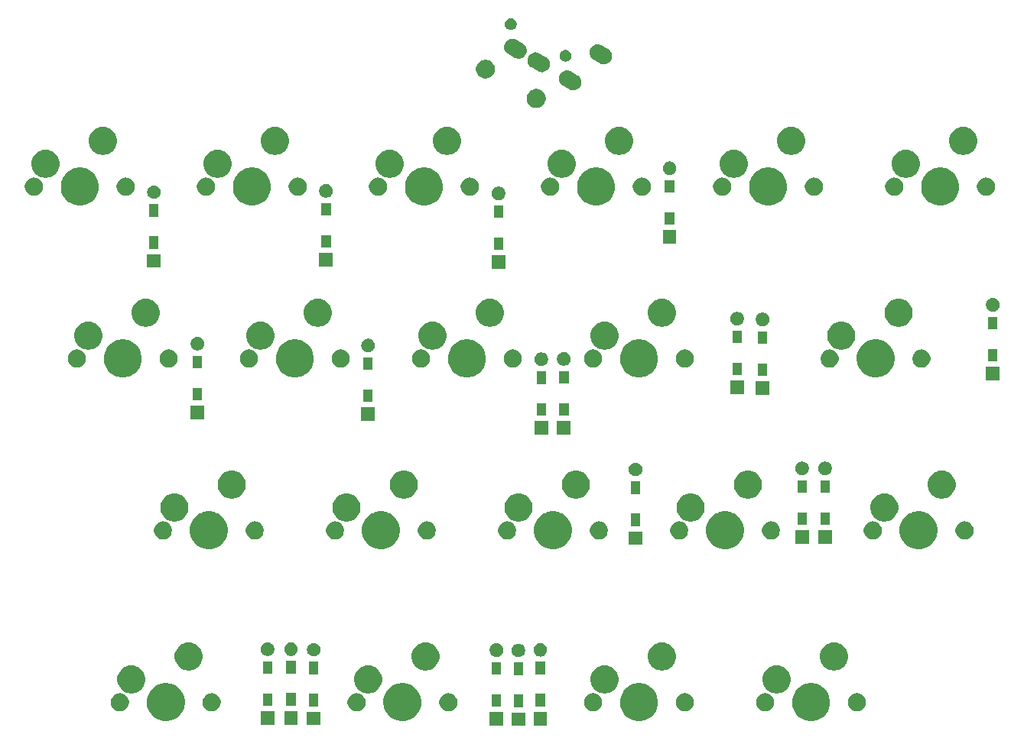
<source format=gbr>
G04 #@! TF.GenerationSoftware,KiCad,Pcbnew,(5.1.6-0-10_14)*
G04 #@! TF.CreationDate,2022-05-29T14:21:09+09:00*
G04 #@! TF.ProjectId,cool939,636f6f6c-3933-4392-9e6b-696361645f70,rev?*
G04 #@! TF.SameCoordinates,Original*
G04 #@! TF.FileFunction,Soldermask,Top*
G04 #@! TF.FilePolarity,Negative*
%FSLAX46Y46*%
G04 Gerber Fmt 4.6, Leading zero omitted, Abs format (unit mm)*
G04 Created by KiCad (PCBNEW (5.1.6-0-10_14)) date 2022-05-29 14:21:09*
%MOMM*%
%LPD*%
G01*
G04 APERTURE LIST*
%ADD10C,0.100000*%
G04 APERTURE END LIST*
D10*
G36*
X230289500Y-59769500D02*
G01*
X228790500Y-59769500D01*
X228790500Y-58270500D01*
X230289500Y-58270500D01*
X230289500Y-59769500D01*
G37*
G36*
X227849500Y-59739500D02*
G01*
X226350500Y-59739500D01*
X226350500Y-58240500D01*
X227849500Y-58240500D01*
X227849500Y-59739500D01*
G37*
G36*
X232719500Y-59709500D02*
G01*
X231220500Y-59709500D01*
X231220500Y-58210500D01*
X232719500Y-58210500D01*
X232719500Y-59709500D01*
G37*
G36*
X207619500Y-59699500D02*
G01*
X206120500Y-59699500D01*
X206120500Y-58200500D01*
X207619500Y-58200500D01*
X207619500Y-59699500D01*
G37*
G36*
X202509500Y-59649500D02*
G01*
X201010500Y-59649500D01*
X201010500Y-58150500D01*
X202509500Y-58150500D01*
X202509500Y-59649500D01*
G37*
G36*
X205109500Y-59629500D02*
G01*
X203610500Y-59629500D01*
X203610500Y-58130500D01*
X205109500Y-58130500D01*
X205109500Y-59629500D01*
G37*
G36*
X243365036Y-55102827D02*
G01*
X243500339Y-55129740D01*
X243882697Y-55288118D01*
X244226810Y-55518047D01*
X244519453Y-55810690D01*
X244749382Y-56154803D01*
X244897297Y-56511900D01*
X244907760Y-56537162D01*
X244988500Y-56943068D01*
X244988500Y-57356932D01*
X244950892Y-57546000D01*
X244907760Y-57762839D01*
X244749382Y-58145197D01*
X244519453Y-58489310D01*
X244226810Y-58781953D01*
X243882697Y-59011882D01*
X243500339Y-59170260D01*
X243365036Y-59197173D01*
X243094432Y-59251000D01*
X242680568Y-59251000D01*
X242409964Y-59197173D01*
X242274661Y-59170260D01*
X241892303Y-59011882D01*
X241548190Y-58781953D01*
X241255547Y-58489310D01*
X241025618Y-58145197D01*
X240867240Y-57762839D01*
X240824108Y-57546000D01*
X240786500Y-57356932D01*
X240786500Y-56943068D01*
X240867240Y-56537162D01*
X240877704Y-56511900D01*
X241025618Y-56154803D01*
X241255547Y-55810690D01*
X241548190Y-55518047D01*
X241892303Y-55288118D01*
X242274661Y-55129740D01*
X242409964Y-55102827D01*
X242680568Y-55049000D01*
X243094432Y-55049000D01*
X243365036Y-55102827D01*
G37*
G36*
X217171536Y-55102827D02*
G01*
X217306839Y-55129740D01*
X217689197Y-55288118D01*
X218033310Y-55518047D01*
X218325953Y-55810690D01*
X218555882Y-56154803D01*
X218703797Y-56511900D01*
X218714260Y-56537162D01*
X218795000Y-56943068D01*
X218795000Y-57356932D01*
X218757392Y-57546000D01*
X218714260Y-57762839D01*
X218555882Y-58145197D01*
X218325953Y-58489310D01*
X218033310Y-58781953D01*
X217689197Y-59011882D01*
X217306839Y-59170260D01*
X217171536Y-59197173D01*
X216900932Y-59251000D01*
X216487068Y-59251000D01*
X216216464Y-59197173D01*
X216081161Y-59170260D01*
X215698803Y-59011882D01*
X215354690Y-58781953D01*
X215062047Y-58489310D01*
X214832118Y-58145197D01*
X214673740Y-57762839D01*
X214630608Y-57546000D01*
X214593000Y-57356932D01*
X214593000Y-56943068D01*
X214673740Y-56537162D01*
X214684204Y-56511900D01*
X214832118Y-56154803D01*
X215062047Y-55810690D01*
X215354690Y-55518047D01*
X215698803Y-55288118D01*
X216081161Y-55129740D01*
X216216464Y-55102827D01*
X216487068Y-55049000D01*
X216900932Y-55049000D01*
X217171536Y-55102827D01*
G37*
G36*
X190977536Y-55102827D02*
G01*
X191112839Y-55129740D01*
X191495197Y-55288118D01*
X191839310Y-55518047D01*
X192131953Y-55810690D01*
X192361882Y-56154803D01*
X192509797Y-56511900D01*
X192520260Y-56537162D01*
X192601000Y-56943068D01*
X192601000Y-57356932D01*
X192563392Y-57546000D01*
X192520260Y-57762839D01*
X192361882Y-58145197D01*
X192131953Y-58489310D01*
X191839310Y-58781953D01*
X191495197Y-59011882D01*
X191112839Y-59170260D01*
X190977536Y-59197173D01*
X190706932Y-59251000D01*
X190293068Y-59251000D01*
X190022464Y-59197173D01*
X189887161Y-59170260D01*
X189504803Y-59011882D01*
X189160690Y-58781953D01*
X188868047Y-58489310D01*
X188638118Y-58145197D01*
X188479740Y-57762839D01*
X188436608Y-57546000D01*
X188399000Y-57356932D01*
X188399000Y-56943068D01*
X188479740Y-56537162D01*
X188490204Y-56511900D01*
X188638118Y-56154803D01*
X188868047Y-55810690D01*
X189160690Y-55518047D01*
X189504803Y-55288118D01*
X189887161Y-55129740D01*
X190022464Y-55102827D01*
X190293068Y-55049000D01*
X190706932Y-55049000D01*
X190977536Y-55102827D01*
G37*
G36*
X262415036Y-55102827D02*
G01*
X262550339Y-55129740D01*
X262932697Y-55288118D01*
X263276810Y-55518047D01*
X263569453Y-55810690D01*
X263799382Y-56154803D01*
X263947297Y-56511900D01*
X263957760Y-56537162D01*
X264038500Y-56943068D01*
X264038500Y-57356932D01*
X264000892Y-57546000D01*
X263957760Y-57762839D01*
X263799382Y-58145197D01*
X263569453Y-58489310D01*
X263276810Y-58781953D01*
X262932697Y-59011882D01*
X262550339Y-59170260D01*
X262415036Y-59197173D01*
X262144432Y-59251000D01*
X261730568Y-59251000D01*
X261459964Y-59197173D01*
X261324661Y-59170260D01*
X260942303Y-59011882D01*
X260598190Y-58781953D01*
X260305547Y-58489310D01*
X260075618Y-58145197D01*
X259917240Y-57762839D01*
X259874108Y-57546000D01*
X259836500Y-57356932D01*
X259836500Y-56943068D01*
X259917240Y-56537162D01*
X259927704Y-56511900D01*
X260075618Y-56154803D01*
X260305547Y-55810690D01*
X260598190Y-55518047D01*
X260942303Y-55288118D01*
X261324661Y-55129740D01*
X261459964Y-55102827D01*
X261730568Y-55049000D01*
X262144432Y-55049000D01*
X262415036Y-55102827D01*
G37*
G36*
X248095264Y-56154803D02*
G01*
X248259481Y-56187468D01*
X248441651Y-56262926D01*
X248605600Y-56372473D01*
X248745027Y-56511900D01*
X248854574Y-56675849D01*
X248930032Y-56858019D01*
X248968500Y-57051410D01*
X248968500Y-57248590D01*
X248930032Y-57441981D01*
X248854574Y-57624151D01*
X248745027Y-57788100D01*
X248605600Y-57927527D01*
X248441651Y-58037074D01*
X248259481Y-58112532D01*
X248169150Y-58130500D01*
X248066091Y-58151000D01*
X247868909Y-58151000D01*
X247765850Y-58130500D01*
X247675519Y-58112532D01*
X247493349Y-58037074D01*
X247329400Y-57927527D01*
X247189973Y-57788100D01*
X247080426Y-57624151D01*
X247004968Y-57441981D01*
X246966500Y-57248590D01*
X246966500Y-57051410D01*
X247004968Y-56858019D01*
X247080426Y-56675849D01*
X247189973Y-56511900D01*
X247329400Y-56372473D01*
X247493349Y-56262926D01*
X247675519Y-56187468D01*
X247839736Y-56154803D01*
X247868909Y-56149000D01*
X248066091Y-56149000D01*
X248095264Y-56154803D01*
G37*
G36*
X267145264Y-56154803D02*
G01*
X267309481Y-56187468D01*
X267491651Y-56262926D01*
X267655600Y-56372473D01*
X267795027Y-56511900D01*
X267904574Y-56675849D01*
X267980032Y-56858019D01*
X268018500Y-57051410D01*
X268018500Y-57248590D01*
X267980032Y-57441981D01*
X267904574Y-57624151D01*
X267795027Y-57788100D01*
X267655600Y-57927527D01*
X267491651Y-58037074D01*
X267309481Y-58112532D01*
X267219150Y-58130500D01*
X267116091Y-58151000D01*
X266918909Y-58151000D01*
X266815850Y-58130500D01*
X266725519Y-58112532D01*
X266543349Y-58037074D01*
X266379400Y-57927527D01*
X266239973Y-57788100D01*
X266130426Y-57624151D01*
X266054968Y-57441981D01*
X266016500Y-57248590D01*
X266016500Y-57051410D01*
X266054968Y-56858019D01*
X266130426Y-56675849D01*
X266239973Y-56511900D01*
X266379400Y-56372473D01*
X266543349Y-56262926D01*
X266725519Y-56187468D01*
X266889736Y-56154803D01*
X266918909Y-56149000D01*
X267116091Y-56149000D01*
X267145264Y-56154803D01*
G37*
G36*
X237935264Y-56154803D02*
G01*
X238099481Y-56187468D01*
X238281651Y-56262926D01*
X238445600Y-56372473D01*
X238585027Y-56511900D01*
X238694574Y-56675849D01*
X238770032Y-56858019D01*
X238808500Y-57051410D01*
X238808500Y-57248590D01*
X238770032Y-57441981D01*
X238694574Y-57624151D01*
X238585027Y-57788100D01*
X238445600Y-57927527D01*
X238281651Y-58037074D01*
X238099481Y-58112532D01*
X238009150Y-58130500D01*
X237906091Y-58151000D01*
X237708909Y-58151000D01*
X237605850Y-58130500D01*
X237515519Y-58112532D01*
X237333349Y-58037074D01*
X237169400Y-57927527D01*
X237029973Y-57788100D01*
X236920426Y-57624151D01*
X236844968Y-57441981D01*
X236806500Y-57248590D01*
X236806500Y-57051410D01*
X236844968Y-56858019D01*
X236920426Y-56675849D01*
X237029973Y-56511900D01*
X237169400Y-56372473D01*
X237333349Y-56262926D01*
X237515519Y-56187468D01*
X237679736Y-56154803D01*
X237708909Y-56149000D01*
X237906091Y-56149000D01*
X237935264Y-56154803D01*
G37*
G36*
X185547764Y-56154803D02*
G01*
X185711981Y-56187468D01*
X185894151Y-56262926D01*
X186058100Y-56372473D01*
X186197527Y-56511900D01*
X186307074Y-56675849D01*
X186382532Y-56858019D01*
X186421000Y-57051410D01*
X186421000Y-57248590D01*
X186382532Y-57441981D01*
X186307074Y-57624151D01*
X186197527Y-57788100D01*
X186058100Y-57927527D01*
X185894151Y-58037074D01*
X185711981Y-58112532D01*
X185621650Y-58130500D01*
X185518591Y-58151000D01*
X185321409Y-58151000D01*
X185218350Y-58130500D01*
X185128019Y-58112532D01*
X184945849Y-58037074D01*
X184781900Y-57927527D01*
X184642473Y-57788100D01*
X184532926Y-57624151D01*
X184457468Y-57441981D01*
X184419000Y-57248590D01*
X184419000Y-57051410D01*
X184457468Y-56858019D01*
X184532926Y-56675849D01*
X184642473Y-56511900D01*
X184781900Y-56372473D01*
X184945849Y-56262926D01*
X185128019Y-56187468D01*
X185292236Y-56154803D01*
X185321409Y-56149000D01*
X185518591Y-56149000D01*
X185547764Y-56154803D01*
G37*
G36*
X195707764Y-56154803D02*
G01*
X195871981Y-56187468D01*
X196054151Y-56262926D01*
X196218100Y-56372473D01*
X196357527Y-56511900D01*
X196467074Y-56675849D01*
X196542532Y-56858019D01*
X196581000Y-57051410D01*
X196581000Y-57248590D01*
X196542532Y-57441981D01*
X196467074Y-57624151D01*
X196357527Y-57788100D01*
X196218100Y-57927527D01*
X196054151Y-58037074D01*
X195871981Y-58112532D01*
X195781650Y-58130500D01*
X195678591Y-58151000D01*
X195481409Y-58151000D01*
X195378350Y-58130500D01*
X195288019Y-58112532D01*
X195105849Y-58037074D01*
X194941900Y-57927527D01*
X194802473Y-57788100D01*
X194692926Y-57624151D01*
X194617468Y-57441981D01*
X194579000Y-57248590D01*
X194579000Y-57051410D01*
X194617468Y-56858019D01*
X194692926Y-56675849D01*
X194802473Y-56511900D01*
X194941900Y-56372473D01*
X195105849Y-56262926D01*
X195288019Y-56187468D01*
X195452236Y-56154803D01*
X195481409Y-56149000D01*
X195678591Y-56149000D01*
X195707764Y-56154803D01*
G37*
G36*
X256985264Y-56154803D02*
G01*
X257149481Y-56187468D01*
X257331651Y-56262926D01*
X257495600Y-56372473D01*
X257635027Y-56511900D01*
X257744574Y-56675849D01*
X257820032Y-56858019D01*
X257858500Y-57051410D01*
X257858500Y-57248590D01*
X257820032Y-57441981D01*
X257744574Y-57624151D01*
X257635027Y-57788100D01*
X257495600Y-57927527D01*
X257331651Y-58037074D01*
X257149481Y-58112532D01*
X257059150Y-58130500D01*
X256956091Y-58151000D01*
X256758909Y-58151000D01*
X256655850Y-58130500D01*
X256565519Y-58112532D01*
X256383349Y-58037074D01*
X256219400Y-57927527D01*
X256079973Y-57788100D01*
X255970426Y-57624151D01*
X255894968Y-57441981D01*
X255856500Y-57248590D01*
X255856500Y-57051410D01*
X255894968Y-56858019D01*
X255970426Y-56675849D01*
X256079973Y-56511900D01*
X256219400Y-56372473D01*
X256383349Y-56262926D01*
X256565519Y-56187468D01*
X256729736Y-56154803D01*
X256758909Y-56149000D01*
X256956091Y-56149000D01*
X256985264Y-56154803D01*
G37*
G36*
X211741764Y-56154803D02*
G01*
X211905981Y-56187468D01*
X212088151Y-56262926D01*
X212252100Y-56372473D01*
X212391527Y-56511900D01*
X212501074Y-56675849D01*
X212576532Y-56858019D01*
X212615000Y-57051410D01*
X212615000Y-57248590D01*
X212576532Y-57441981D01*
X212501074Y-57624151D01*
X212391527Y-57788100D01*
X212252100Y-57927527D01*
X212088151Y-58037074D01*
X211905981Y-58112532D01*
X211815650Y-58130500D01*
X211712591Y-58151000D01*
X211515409Y-58151000D01*
X211412350Y-58130500D01*
X211322019Y-58112532D01*
X211139849Y-58037074D01*
X210975900Y-57927527D01*
X210836473Y-57788100D01*
X210726926Y-57624151D01*
X210651468Y-57441981D01*
X210613000Y-57248590D01*
X210613000Y-57051410D01*
X210651468Y-56858019D01*
X210726926Y-56675849D01*
X210836473Y-56511900D01*
X210975900Y-56372473D01*
X211139849Y-56262926D01*
X211322019Y-56187468D01*
X211486236Y-56154803D01*
X211515409Y-56149000D01*
X211712591Y-56149000D01*
X211741764Y-56154803D01*
G37*
G36*
X221901764Y-56154803D02*
G01*
X222065981Y-56187468D01*
X222248151Y-56262926D01*
X222412100Y-56372473D01*
X222551527Y-56511900D01*
X222661074Y-56675849D01*
X222736532Y-56858019D01*
X222775000Y-57051410D01*
X222775000Y-57248590D01*
X222736532Y-57441981D01*
X222661074Y-57624151D01*
X222551527Y-57788100D01*
X222412100Y-57927527D01*
X222248151Y-58037074D01*
X222065981Y-58112532D01*
X221975650Y-58130500D01*
X221872591Y-58151000D01*
X221675409Y-58151000D01*
X221572350Y-58130500D01*
X221482019Y-58112532D01*
X221299849Y-58037074D01*
X221135900Y-57927527D01*
X220996473Y-57788100D01*
X220886926Y-57624151D01*
X220811468Y-57441981D01*
X220773000Y-57248590D01*
X220773000Y-57051410D01*
X220811468Y-56858019D01*
X220886926Y-56675849D01*
X220996473Y-56511900D01*
X221135900Y-56372473D01*
X221299849Y-56262926D01*
X221482019Y-56187468D01*
X221646236Y-56154803D01*
X221675409Y-56149000D01*
X221872591Y-56149000D01*
X221901764Y-56154803D01*
G37*
G36*
X230066000Y-57686000D02*
G01*
X229014000Y-57686000D01*
X229014000Y-56284000D01*
X230066000Y-56284000D01*
X230066000Y-57686000D01*
G37*
G36*
X227626000Y-57656000D02*
G01*
X226574000Y-57656000D01*
X226574000Y-56254000D01*
X227626000Y-56254000D01*
X227626000Y-57656000D01*
G37*
G36*
X232496000Y-57626000D02*
G01*
X231444000Y-57626000D01*
X231444000Y-56224000D01*
X232496000Y-56224000D01*
X232496000Y-57626000D01*
G37*
G36*
X207396000Y-57616000D02*
G01*
X206344000Y-57616000D01*
X206344000Y-56214000D01*
X207396000Y-56214000D01*
X207396000Y-57616000D01*
G37*
G36*
X202286000Y-57566000D02*
G01*
X201234000Y-57566000D01*
X201234000Y-56164000D01*
X202286000Y-56164000D01*
X202286000Y-57566000D01*
G37*
G36*
X204886000Y-57546000D02*
G01*
X203834000Y-57546000D01*
X203834000Y-56144000D01*
X204886000Y-56144000D01*
X204886000Y-57546000D01*
G37*
G36*
X213186585Y-53088802D02*
G01*
X213336410Y-53118604D01*
X213618674Y-53235521D01*
X213872705Y-53405259D01*
X214088741Y-53621295D01*
X214258479Y-53875326D01*
X214375396Y-54157590D01*
X214435000Y-54457240D01*
X214435000Y-54762760D01*
X214375396Y-55062410D01*
X214258479Y-55344674D01*
X214088741Y-55598705D01*
X213872705Y-55814741D01*
X213618674Y-55984479D01*
X213336410Y-56101396D01*
X213186585Y-56131198D01*
X213036761Y-56161000D01*
X212731239Y-56161000D01*
X212581415Y-56131198D01*
X212431590Y-56101396D01*
X212149326Y-55984479D01*
X211895295Y-55814741D01*
X211679259Y-55598705D01*
X211509521Y-55344674D01*
X211392604Y-55062410D01*
X211333000Y-54762760D01*
X211333000Y-54457240D01*
X211392604Y-54157590D01*
X211509521Y-53875326D01*
X211679259Y-53621295D01*
X211895295Y-53405259D01*
X212149326Y-53235521D01*
X212431590Y-53118604D01*
X212581415Y-53088802D01*
X212731239Y-53059000D01*
X213036761Y-53059000D01*
X213186585Y-53088802D01*
G37*
G36*
X186992585Y-53088802D02*
G01*
X187142410Y-53118604D01*
X187424674Y-53235521D01*
X187678705Y-53405259D01*
X187894741Y-53621295D01*
X188064479Y-53875326D01*
X188181396Y-54157590D01*
X188241000Y-54457240D01*
X188241000Y-54762760D01*
X188181396Y-55062410D01*
X188064479Y-55344674D01*
X187894741Y-55598705D01*
X187678705Y-55814741D01*
X187424674Y-55984479D01*
X187142410Y-56101396D01*
X186992585Y-56131198D01*
X186842761Y-56161000D01*
X186537239Y-56161000D01*
X186387415Y-56131198D01*
X186237590Y-56101396D01*
X185955326Y-55984479D01*
X185701295Y-55814741D01*
X185485259Y-55598705D01*
X185315521Y-55344674D01*
X185198604Y-55062410D01*
X185139000Y-54762760D01*
X185139000Y-54457240D01*
X185198604Y-54157590D01*
X185315521Y-53875326D01*
X185485259Y-53621295D01*
X185701295Y-53405259D01*
X185955326Y-53235521D01*
X186237590Y-53118604D01*
X186387415Y-53088802D01*
X186537239Y-53059000D01*
X186842761Y-53059000D01*
X186992585Y-53088802D01*
G37*
G36*
X239380085Y-53088802D02*
G01*
X239529910Y-53118604D01*
X239812174Y-53235521D01*
X240066205Y-53405259D01*
X240282241Y-53621295D01*
X240451979Y-53875326D01*
X240568896Y-54157590D01*
X240628500Y-54457240D01*
X240628500Y-54762760D01*
X240568896Y-55062410D01*
X240451979Y-55344674D01*
X240282241Y-55598705D01*
X240066205Y-55814741D01*
X239812174Y-55984479D01*
X239529910Y-56101396D01*
X239380085Y-56131198D01*
X239230261Y-56161000D01*
X238924739Y-56161000D01*
X238774915Y-56131198D01*
X238625090Y-56101396D01*
X238342826Y-55984479D01*
X238088795Y-55814741D01*
X237872759Y-55598705D01*
X237703021Y-55344674D01*
X237586104Y-55062410D01*
X237526500Y-54762760D01*
X237526500Y-54457240D01*
X237586104Y-54157590D01*
X237703021Y-53875326D01*
X237872759Y-53621295D01*
X238088795Y-53405259D01*
X238342826Y-53235521D01*
X238625090Y-53118604D01*
X238774915Y-53088802D01*
X238924739Y-53059000D01*
X239230261Y-53059000D01*
X239380085Y-53088802D01*
G37*
G36*
X258430085Y-53088802D02*
G01*
X258579910Y-53118604D01*
X258862174Y-53235521D01*
X259116205Y-53405259D01*
X259332241Y-53621295D01*
X259501979Y-53875326D01*
X259618896Y-54157590D01*
X259678500Y-54457240D01*
X259678500Y-54762760D01*
X259618896Y-55062410D01*
X259501979Y-55344674D01*
X259332241Y-55598705D01*
X259116205Y-55814741D01*
X258862174Y-55984479D01*
X258579910Y-56101396D01*
X258430085Y-56131198D01*
X258280261Y-56161000D01*
X257974739Y-56161000D01*
X257824915Y-56131198D01*
X257675090Y-56101396D01*
X257392826Y-55984479D01*
X257138795Y-55814741D01*
X256922759Y-55598705D01*
X256753021Y-55344674D01*
X256636104Y-55062410D01*
X256576500Y-54762760D01*
X256576500Y-54457240D01*
X256636104Y-54157590D01*
X256753021Y-53875326D01*
X256922759Y-53621295D01*
X257138795Y-53405259D01*
X257392826Y-53235521D01*
X257675090Y-53118604D01*
X257824915Y-53088802D01*
X257974739Y-53059000D01*
X258280261Y-53059000D01*
X258430085Y-53088802D01*
G37*
G36*
X230066000Y-54136000D02*
G01*
X229014000Y-54136000D01*
X229014000Y-52734000D01*
X230066000Y-52734000D01*
X230066000Y-54136000D01*
G37*
G36*
X227626000Y-54106000D02*
G01*
X226574000Y-54106000D01*
X226574000Y-52704000D01*
X227626000Y-52704000D01*
X227626000Y-54106000D01*
G37*
G36*
X232496000Y-54076000D02*
G01*
X231444000Y-54076000D01*
X231444000Y-52674000D01*
X232496000Y-52674000D01*
X232496000Y-54076000D01*
G37*
G36*
X207396000Y-54066000D02*
G01*
X206344000Y-54066000D01*
X206344000Y-52664000D01*
X207396000Y-52664000D01*
X207396000Y-54066000D01*
G37*
G36*
X202286000Y-54016000D02*
G01*
X201234000Y-54016000D01*
X201234000Y-52614000D01*
X202286000Y-52614000D01*
X202286000Y-54016000D01*
G37*
G36*
X204886000Y-53996000D02*
G01*
X203834000Y-53996000D01*
X203834000Y-52594000D01*
X204886000Y-52594000D01*
X204886000Y-53996000D01*
G37*
G36*
X264780085Y-50548802D02*
G01*
X264929910Y-50578604D01*
X265212174Y-50695521D01*
X265466205Y-50865259D01*
X265682241Y-51081295D01*
X265851979Y-51335326D01*
X265968896Y-51617590D01*
X266028500Y-51917240D01*
X266028500Y-52222760D01*
X265968896Y-52522410D01*
X265851979Y-52804674D01*
X265682241Y-53058705D01*
X265466205Y-53274741D01*
X265212174Y-53444479D01*
X264929910Y-53561396D01*
X264780085Y-53591198D01*
X264630261Y-53621000D01*
X264324739Y-53621000D01*
X264174915Y-53591198D01*
X264025090Y-53561396D01*
X263742826Y-53444479D01*
X263488795Y-53274741D01*
X263272759Y-53058705D01*
X263103021Y-52804674D01*
X262986104Y-52522410D01*
X262926500Y-52222760D01*
X262926500Y-51917240D01*
X262986104Y-51617590D01*
X263103021Y-51335326D01*
X263272759Y-51081295D01*
X263488795Y-50865259D01*
X263742826Y-50695521D01*
X264025090Y-50578604D01*
X264174915Y-50548802D01*
X264324739Y-50519000D01*
X264630261Y-50519000D01*
X264780085Y-50548802D01*
G37*
G36*
X245730085Y-50548802D02*
G01*
X245879910Y-50578604D01*
X246162174Y-50695521D01*
X246416205Y-50865259D01*
X246632241Y-51081295D01*
X246801979Y-51335326D01*
X246918896Y-51617590D01*
X246978500Y-51917240D01*
X246978500Y-52222760D01*
X246918896Y-52522410D01*
X246801979Y-52804674D01*
X246632241Y-53058705D01*
X246416205Y-53274741D01*
X246162174Y-53444479D01*
X245879910Y-53561396D01*
X245730085Y-53591198D01*
X245580261Y-53621000D01*
X245274739Y-53621000D01*
X245124915Y-53591198D01*
X244975090Y-53561396D01*
X244692826Y-53444479D01*
X244438795Y-53274741D01*
X244222759Y-53058705D01*
X244053021Y-52804674D01*
X243936104Y-52522410D01*
X243876500Y-52222760D01*
X243876500Y-51917240D01*
X243936104Y-51617590D01*
X244053021Y-51335326D01*
X244222759Y-51081295D01*
X244438795Y-50865259D01*
X244692826Y-50695521D01*
X244975090Y-50578604D01*
X245124915Y-50548802D01*
X245274739Y-50519000D01*
X245580261Y-50519000D01*
X245730085Y-50548802D01*
G37*
G36*
X219536585Y-50548802D02*
G01*
X219686410Y-50578604D01*
X219968674Y-50695521D01*
X220222705Y-50865259D01*
X220438741Y-51081295D01*
X220608479Y-51335326D01*
X220725396Y-51617590D01*
X220785000Y-51917240D01*
X220785000Y-52222760D01*
X220725396Y-52522410D01*
X220608479Y-52804674D01*
X220438741Y-53058705D01*
X220222705Y-53274741D01*
X219968674Y-53444479D01*
X219686410Y-53561396D01*
X219536585Y-53591198D01*
X219386761Y-53621000D01*
X219081239Y-53621000D01*
X218931415Y-53591198D01*
X218781590Y-53561396D01*
X218499326Y-53444479D01*
X218245295Y-53274741D01*
X218029259Y-53058705D01*
X217859521Y-52804674D01*
X217742604Y-52522410D01*
X217683000Y-52222760D01*
X217683000Y-51917240D01*
X217742604Y-51617590D01*
X217859521Y-51335326D01*
X218029259Y-51081295D01*
X218245295Y-50865259D01*
X218499326Y-50695521D01*
X218781590Y-50578604D01*
X218931415Y-50548802D01*
X219081239Y-50519000D01*
X219386761Y-50519000D01*
X219536585Y-50548802D01*
G37*
G36*
X193342585Y-50548802D02*
G01*
X193492410Y-50578604D01*
X193774674Y-50695521D01*
X194028705Y-50865259D01*
X194244741Y-51081295D01*
X194414479Y-51335326D01*
X194531396Y-51617590D01*
X194591000Y-51917240D01*
X194591000Y-52222760D01*
X194531396Y-52522410D01*
X194414479Y-52804674D01*
X194244741Y-53058705D01*
X194028705Y-53274741D01*
X193774674Y-53444479D01*
X193492410Y-53561396D01*
X193342585Y-53591198D01*
X193192761Y-53621000D01*
X192887239Y-53621000D01*
X192737415Y-53591198D01*
X192587590Y-53561396D01*
X192305326Y-53444479D01*
X192051295Y-53274741D01*
X191835259Y-53058705D01*
X191665521Y-52804674D01*
X191548604Y-52522410D01*
X191489000Y-52222760D01*
X191489000Y-51917240D01*
X191548604Y-51617590D01*
X191665521Y-51335326D01*
X191835259Y-51081295D01*
X192051295Y-50865259D01*
X192305326Y-50695521D01*
X192587590Y-50578604D01*
X192737415Y-50548802D01*
X192887239Y-50519000D01*
X193192761Y-50519000D01*
X193342585Y-50548802D01*
G37*
G36*
X229634425Y-50654599D02*
G01*
X229758621Y-50679302D01*
X229895022Y-50735801D01*
X230017779Y-50817825D01*
X230122175Y-50922221D01*
X230204199Y-51044978D01*
X230260698Y-51181379D01*
X230289500Y-51326181D01*
X230289500Y-51473819D01*
X230260698Y-51618621D01*
X230204199Y-51755022D01*
X230122175Y-51877779D01*
X230017779Y-51982175D01*
X229895022Y-52064199D01*
X229758621Y-52120698D01*
X229634425Y-52145401D01*
X229613820Y-52149500D01*
X229466180Y-52149500D01*
X229445575Y-52145401D01*
X229321379Y-52120698D01*
X229184978Y-52064199D01*
X229062221Y-51982175D01*
X228957825Y-51877779D01*
X228875801Y-51755022D01*
X228819302Y-51618621D01*
X228790500Y-51473819D01*
X228790500Y-51326181D01*
X228819302Y-51181379D01*
X228875801Y-51044978D01*
X228957825Y-50922221D01*
X229062221Y-50817825D01*
X229184978Y-50735801D01*
X229321379Y-50679302D01*
X229445575Y-50654599D01*
X229466180Y-50650500D01*
X229613820Y-50650500D01*
X229634425Y-50654599D01*
G37*
G36*
X227194425Y-50624599D02*
G01*
X227318621Y-50649302D01*
X227455022Y-50705801D01*
X227577779Y-50787825D01*
X227682175Y-50892221D01*
X227764199Y-51014978D01*
X227820698Y-51151379D01*
X227849500Y-51296181D01*
X227849500Y-51443819D01*
X227820698Y-51588621D01*
X227764199Y-51725022D01*
X227682175Y-51847779D01*
X227577779Y-51952175D01*
X227455022Y-52034199D01*
X227318621Y-52090698D01*
X227194425Y-52115401D01*
X227173820Y-52119500D01*
X227026180Y-52119500D01*
X227005575Y-52115401D01*
X226881379Y-52090698D01*
X226744978Y-52034199D01*
X226622221Y-51952175D01*
X226517825Y-51847779D01*
X226435801Y-51725022D01*
X226379302Y-51588621D01*
X226350500Y-51443819D01*
X226350500Y-51296181D01*
X226379302Y-51151379D01*
X226435801Y-51014978D01*
X226517825Y-50892221D01*
X226622221Y-50787825D01*
X226744978Y-50705801D01*
X226881379Y-50649302D01*
X227005575Y-50624599D01*
X227026180Y-50620500D01*
X227173820Y-50620500D01*
X227194425Y-50624599D01*
G37*
G36*
X232064425Y-50594599D02*
G01*
X232188621Y-50619302D01*
X232325022Y-50675801D01*
X232447779Y-50757825D01*
X232552175Y-50862221D01*
X232634199Y-50984978D01*
X232690698Y-51121379D01*
X232719500Y-51266181D01*
X232719500Y-51413819D01*
X232690698Y-51558621D01*
X232634199Y-51695022D01*
X232552175Y-51817779D01*
X232447779Y-51922175D01*
X232325022Y-52004199D01*
X232188621Y-52060698D01*
X232064425Y-52085401D01*
X232043820Y-52089500D01*
X231896180Y-52089500D01*
X231875575Y-52085401D01*
X231751379Y-52060698D01*
X231614978Y-52004199D01*
X231492221Y-51922175D01*
X231387825Y-51817779D01*
X231305801Y-51695022D01*
X231249302Y-51558621D01*
X231220500Y-51413819D01*
X231220500Y-51266181D01*
X231249302Y-51121379D01*
X231305801Y-50984978D01*
X231387825Y-50862221D01*
X231492221Y-50757825D01*
X231614978Y-50675801D01*
X231751379Y-50619302D01*
X231875575Y-50594599D01*
X231896180Y-50590500D01*
X232043820Y-50590500D01*
X232064425Y-50594599D01*
G37*
G36*
X206964425Y-50584599D02*
G01*
X207088621Y-50609302D01*
X207225022Y-50665801D01*
X207347779Y-50747825D01*
X207452175Y-50852221D01*
X207534199Y-50974978D01*
X207590698Y-51111379D01*
X207619500Y-51256181D01*
X207619500Y-51403819D01*
X207590698Y-51548621D01*
X207534199Y-51685022D01*
X207452175Y-51807779D01*
X207347779Y-51912175D01*
X207225022Y-51994199D01*
X207088621Y-52050698D01*
X206964425Y-52075401D01*
X206943820Y-52079500D01*
X206796180Y-52079500D01*
X206775575Y-52075401D01*
X206651379Y-52050698D01*
X206514978Y-51994199D01*
X206392221Y-51912175D01*
X206287825Y-51807779D01*
X206205801Y-51685022D01*
X206149302Y-51548621D01*
X206120500Y-51403819D01*
X206120500Y-51256181D01*
X206149302Y-51111379D01*
X206205801Y-50974978D01*
X206287825Y-50852221D01*
X206392221Y-50747825D01*
X206514978Y-50665801D01*
X206651379Y-50609302D01*
X206775575Y-50584599D01*
X206796180Y-50580500D01*
X206943820Y-50580500D01*
X206964425Y-50584599D01*
G37*
G36*
X201854425Y-50534599D02*
G01*
X201978621Y-50559302D01*
X202115022Y-50615801D01*
X202237779Y-50697825D01*
X202342175Y-50802221D01*
X202424199Y-50924978D01*
X202480698Y-51061379D01*
X202509500Y-51206181D01*
X202509500Y-51353819D01*
X202480698Y-51498621D01*
X202424199Y-51635022D01*
X202342175Y-51757779D01*
X202237779Y-51862175D01*
X202115022Y-51944199D01*
X201978621Y-52000698D01*
X201854425Y-52025401D01*
X201833820Y-52029500D01*
X201686180Y-52029500D01*
X201665575Y-52025401D01*
X201541379Y-52000698D01*
X201404978Y-51944199D01*
X201282221Y-51862175D01*
X201177825Y-51757779D01*
X201095801Y-51635022D01*
X201039302Y-51498621D01*
X201010500Y-51353819D01*
X201010500Y-51206181D01*
X201039302Y-51061379D01*
X201095801Y-50924978D01*
X201177825Y-50802221D01*
X201282221Y-50697825D01*
X201404978Y-50615801D01*
X201541379Y-50559302D01*
X201665575Y-50534599D01*
X201686180Y-50530500D01*
X201833820Y-50530500D01*
X201854425Y-50534599D01*
G37*
G36*
X204454425Y-50514599D02*
G01*
X204578621Y-50539302D01*
X204715022Y-50595801D01*
X204837779Y-50677825D01*
X204942175Y-50782221D01*
X205024199Y-50904978D01*
X205080698Y-51041379D01*
X205109500Y-51186181D01*
X205109500Y-51333819D01*
X205080698Y-51478621D01*
X205024199Y-51615022D01*
X204942175Y-51737779D01*
X204837779Y-51842175D01*
X204715022Y-51924199D01*
X204578621Y-51980698D01*
X204454425Y-52005401D01*
X204433820Y-52009500D01*
X204286180Y-52009500D01*
X204265575Y-52005401D01*
X204141379Y-51980698D01*
X204004978Y-51924199D01*
X203882221Y-51842175D01*
X203777825Y-51737779D01*
X203695801Y-51615022D01*
X203639302Y-51478621D01*
X203610500Y-51333819D01*
X203610500Y-51186181D01*
X203639302Y-51041379D01*
X203695801Y-50904978D01*
X203777825Y-50782221D01*
X203882221Y-50677825D01*
X204004978Y-50595801D01*
X204141379Y-50539302D01*
X204265575Y-50514599D01*
X204286180Y-50510500D01*
X204433820Y-50510500D01*
X204454425Y-50514599D01*
G37*
G36*
X252890036Y-36052827D02*
G01*
X253025339Y-36079740D01*
X253295706Y-36191730D01*
X253397756Y-36234000D01*
X253407697Y-36238118D01*
X253751810Y-36468047D01*
X254044453Y-36760690D01*
X254274382Y-37104803D01*
X254422297Y-37461900D01*
X254432760Y-37487162D01*
X254513500Y-37893068D01*
X254513500Y-38306932D01*
X254460347Y-38574149D01*
X254432760Y-38712839D01*
X254274382Y-39095197D01*
X254044453Y-39439310D01*
X253751810Y-39731953D01*
X253407697Y-39961882D01*
X253025339Y-40120260D01*
X252890036Y-40147173D01*
X252619432Y-40201000D01*
X252205568Y-40201000D01*
X251934964Y-40147173D01*
X251799661Y-40120260D01*
X251417303Y-39961882D01*
X251073190Y-39731953D01*
X250780547Y-39439310D01*
X250550618Y-39095197D01*
X250392240Y-38712839D01*
X250364653Y-38574149D01*
X250311500Y-38306932D01*
X250311500Y-37893068D01*
X250392240Y-37487162D01*
X250402704Y-37461900D01*
X250550618Y-37104803D01*
X250780547Y-36760690D01*
X251073190Y-36468047D01*
X251417303Y-36238118D01*
X251427245Y-36234000D01*
X251529294Y-36191730D01*
X251799661Y-36079740D01*
X251934964Y-36052827D01*
X252205568Y-35999000D01*
X252619432Y-35999000D01*
X252890036Y-36052827D01*
G37*
G36*
X233840036Y-36052827D02*
G01*
X233975339Y-36079740D01*
X234245706Y-36191730D01*
X234347756Y-36234000D01*
X234357697Y-36238118D01*
X234701810Y-36468047D01*
X234994453Y-36760690D01*
X235224382Y-37104803D01*
X235372297Y-37461900D01*
X235382760Y-37487162D01*
X235463500Y-37893068D01*
X235463500Y-38306932D01*
X235410347Y-38574149D01*
X235382760Y-38712839D01*
X235224382Y-39095197D01*
X234994453Y-39439310D01*
X234701810Y-39731953D01*
X234357697Y-39961882D01*
X233975339Y-40120260D01*
X233840036Y-40147173D01*
X233569432Y-40201000D01*
X233155568Y-40201000D01*
X232884964Y-40147173D01*
X232749661Y-40120260D01*
X232367303Y-39961882D01*
X232023190Y-39731953D01*
X231730547Y-39439310D01*
X231500618Y-39095197D01*
X231342240Y-38712839D01*
X231314653Y-38574149D01*
X231261500Y-38306932D01*
X231261500Y-37893068D01*
X231342240Y-37487162D01*
X231352704Y-37461900D01*
X231500618Y-37104803D01*
X231730547Y-36760690D01*
X232023190Y-36468047D01*
X232367303Y-36238118D01*
X232377245Y-36234000D01*
X232479294Y-36191730D01*
X232749661Y-36079740D01*
X232884964Y-36052827D01*
X233155568Y-35999000D01*
X233569432Y-35999000D01*
X233840036Y-36052827D01*
G37*
G36*
X214790036Y-36052827D02*
G01*
X214925339Y-36079740D01*
X215195706Y-36191730D01*
X215297756Y-36234000D01*
X215307697Y-36238118D01*
X215651810Y-36468047D01*
X215944453Y-36760690D01*
X216174382Y-37104803D01*
X216322297Y-37461900D01*
X216332760Y-37487162D01*
X216413500Y-37893068D01*
X216413500Y-38306932D01*
X216360347Y-38574149D01*
X216332760Y-38712839D01*
X216174382Y-39095197D01*
X215944453Y-39439310D01*
X215651810Y-39731953D01*
X215307697Y-39961882D01*
X214925339Y-40120260D01*
X214790036Y-40147173D01*
X214519432Y-40201000D01*
X214105568Y-40201000D01*
X213834964Y-40147173D01*
X213699661Y-40120260D01*
X213317303Y-39961882D01*
X212973190Y-39731953D01*
X212680547Y-39439310D01*
X212450618Y-39095197D01*
X212292240Y-38712839D01*
X212264653Y-38574149D01*
X212211500Y-38306932D01*
X212211500Y-37893068D01*
X212292240Y-37487162D01*
X212302704Y-37461900D01*
X212450618Y-37104803D01*
X212680547Y-36760690D01*
X212973190Y-36468047D01*
X213317303Y-36238118D01*
X213327245Y-36234000D01*
X213429294Y-36191730D01*
X213699661Y-36079740D01*
X213834964Y-36052827D01*
X214105568Y-35999000D01*
X214519432Y-35999000D01*
X214790036Y-36052827D01*
G37*
G36*
X195740036Y-36052827D02*
G01*
X195875339Y-36079740D01*
X196145706Y-36191730D01*
X196247756Y-36234000D01*
X196257697Y-36238118D01*
X196601810Y-36468047D01*
X196894453Y-36760690D01*
X197124382Y-37104803D01*
X197272297Y-37461900D01*
X197282760Y-37487162D01*
X197363500Y-37893068D01*
X197363500Y-38306932D01*
X197310347Y-38574149D01*
X197282760Y-38712839D01*
X197124382Y-39095197D01*
X196894453Y-39439310D01*
X196601810Y-39731953D01*
X196257697Y-39961882D01*
X195875339Y-40120260D01*
X195740036Y-40147173D01*
X195469432Y-40201000D01*
X195055568Y-40201000D01*
X194784964Y-40147173D01*
X194649661Y-40120260D01*
X194267303Y-39961882D01*
X193923190Y-39731953D01*
X193630547Y-39439310D01*
X193400618Y-39095197D01*
X193242240Y-38712839D01*
X193214653Y-38574149D01*
X193161500Y-38306932D01*
X193161500Y-37893068D01*
X193242240Y-37487162D01*
X193252704Y-37461900D01*
X193400618Y-37104803D01*
X193630547Y-36760690D01*
X193923190Y-36468047D01*
X194267303Y-36238118D01*
X194277245Y-36234000D01*
X194379294Y-36191730D01*
X194649661Y-36079740D01*
X194784964Y-36052827D01*
X195055568Y-35999000D01*
X195469432Y-35999000D01*
X195740036Y-36052827D01*
G37*
G36*
X274321036Y-36052827D02*
G01*
X274456339Y-36079740D01*
X274726706Y-36191730D01*
X274828756Y-36234000D01*
X274838697Y-36238118D01*
X275182810Y-36468047D01*
X275475453Y-36760690D01*
X275705382Y-37104803D01*
X275853297Y-37461900D01*
X275863760Y-37487162D01*
X275944500Y-37893068D01*
X275944500Y-38306932D01*
X275891347Y-38574149D01*
X275863760Y-38712839D01*
X275705382Y-39095197D01*
X275475453Y-39439310D01*
X275182810Y-39731953D01*
X274838697Y-39961882D01*
X274456339Y-40120260D01*
X274321036Y-40147173D01*
X274050432Y-40201000D01*
X273636568Y-40201000D01*
X273365964Y-40147173D01*
X273230661Y-40120260D01*
X272848303Y-39961882D01*
X272504190Y-39731953D01*
X272211547Y-39439310D01*
X271981618Y-39095197D01*
X271823240Y-38712839D01*
X271795653Y-38574149D01*
X271742500Y-38306932D01*
X271742500Y-37893068D01*
X271823240Y-37487162D01*
X271833704Y-37461900D01*
X271981618Y-37104803D01*
X272211547Y-36760690D01*
X272504190Y-36468047D01*
X272848303Y-36238118D01*
X272858245Y-36234000D01*
X272960294Y-36191730D01*
X273230661Y-36079740D01*
X273365964Y-36052827D01*
X273636568Y-35999000D01*
X274050432Y-35999000D01*
X274321036Y-36052827D01*
G37*
G36*
X243249500Y-39719500D02*
G01*
X241750500Y-39719500D01*
X241750500Y-38220500D01*
X243249500Y-38220500D01*
X243249500Y-39719500D01*
G37*
G36*
X264239500Y-39589500D02*
G01*
X262740500Y-39589500D01*
X262740500Y-38090500D01*
X264239500Y-38090500D01*
X264239500Y-39589500D01*
G37*
G36*
X261689500Y-39589500D02*
G01*
X260190500Y-39589500D01*
X260190500Y-38090500D01*
X261689500Y-38090500D01*
X261689500Y-39589500D01*
G37*
G36*
X257620264Y-37104803D02*
G01*
X257784481Y-37137468D01*
X257966651Y-37212926D01*
X258130600Y-37322473D01*
X258270027Y-37461900D01*
X258379574Y-37625849D01*
X258455032Y-37808019D01*
X258493500Y-38001410D01*
X258493500Y-38198590D01*
X258455032Y-38391981D01*
X258379574Y-38574151D01*
X258270027Y-38738100D01*
X258130600Y-38877527D01*
X257966651Y-38987074D01*
X257784481Y-39062532D01*
X257591091Y-39101000D01*
X257393909Y-39101000D01*
X257200519Y-39062532D01*
X257018349Y-38987074D01*
X256854400Y-38877527D01*
X256714973Y-38738100D01*
X256605426Y-38574151D01*
X256529968Y-38391981D01*
X256491500Y-38198590D01*
X256491500Y-38001410D01*
X256529968Y-37808019D01*
X256605426Y-37625849D01*
X256714973Y-37461900D01*
X256854400Y-37322473D01*
X257018349Y-37212926D01*
X257200519Y-37137468D01*
X257364736Y-37104803D01*
X257393909Y-37099000D01*
X257591091Y-37099000D01*
X257620264Y-37104803D01*
G37*
G36*
X247460264Y-37104803D02*
G01*
X247624481Y-37137468D01*
X247806651Y-37212926D01*
X247970600Y-37322473D01*
X248110027Y-37461900D01*
X248219574Y-37625849D01*
X248295032Y-37808019D01*
X248333500Y-38001410D01*
X248333500Y-38198590D01*
X248295032Y-38391981D01*
X248219574Y-38574151D01*
X248110027Y-38738100D01*
X247970600Y-38877527D01*
X247806651Y-38987074D01*
X247624481Y-39062532D01*
X247431091Y-39101000D01*
X247233909Y-39101000D01*
X247040519Y-39062532D01*
X246858349Y-38987074D01*
X246694400Y-38877527D01*
X246554973Y-38738100D01*
X246445426Y-38574151D01*
X246369968Y-38391981D01*
X246331500Y-38198590D01*
X246331500Y-38001410D01*
X246369968Y-37808019D01*
X246445426Y-37625849D01*
X246554973Y-37461900D01*
X246694400Y-37322473D01*
X246858349Y-37212926D01*
X247040519Y-37137468D01*
X247204736Y-37104803D01*
X247233909Y-37099000D01*
X247431091Y-37099000D01*
X247460264Y-37104803D01*
G37*
G36*
X238570264Y-37104803D02*
G01*
X238734481Y-37137468D01*
X238916651Y-37212926D01*
X239080600Y-37322473D01*
X239220027Y-37461900D01*
X239329574Y-37625849D01*
X239405032Y-37808019D01*
X239443500Y-38001410D01*
X239443500Y-38198590D01*
X239405032Y-38391981D01*
X239329574Y-38574151D01*
X239220027Y-38738100D01*
X239080600Y-38877527D01*
X238916651Y-38987074D01*
X238734481Y-39062532D01*
X238541091Y-39101000D01*
X238343909Y-39101000D01*
X238150519Y-39062532D01*
X237968349Y-38987074D01*
X237804400Y-38877527D01*
X237664973Y-38738100D01*
X237555426Y-38574151D01*
X237479968Y-38391981D01*
X237441500Y-38198590D01*
X237441500Y-38001410D01*
X237479968Y-37808019D01*
X237555426Y-37625849D01*
X237664973Y-37461900D01*
X237804400Y-37322473D01*
X237968349Y-37212926D01*
X238150519Y-37137468D01*
X238314736Y-37104803D01*
X238343909Y-37099000D01*
X238541091Y-37099000D01*
X238570264Y-37104803D01*
G37*
G36*
X228410264Y-37104803D02*
G01*
X228574481Y-37137468D01*
X228756651Y-37212926D01*
X228920600Y-37322473D01*
X229060027Y-37461900D01*
X229169574Y-37625849D01*
X229245032Y-37808019D01*
X229283500Y-38001410D01*
X229283500Y-38198590D01*
X229245032Y-38391981D01*
X229169574Y-38574151D01*
X229060027Y-38738100D01*
X228920600Y-38877527D01*
X228756651Y-38987074D01*
X228574481Y-39062532D01*
X228381091Y-39101000D01*
X228183909Y-39101000D01*
X227990519Y-39062532D01*
X227808349Y-38987074D01*
X227644400Y-38877527D01*
X227504973Y-38738100D01*
X227395426Y-38574151D01*
X227319968Y-38391981D01*
X227281500Y-38198590D01*
X227281500Y-38001410D01*
X227319968Y-37808019D01*
X227395426Y-37625849D01*
X227504973Y-37461900D01*
X227644400Y-37322473D01*
X227808349Y-37212926D01*
X227990519Y-37137468D01*
X228154736Y-37104803D01*
X228183909Y-37099000D01*
X228381091Y-37099000D01*
X228410264Y-37104803D01*
G37*
G36*
X219520264Y-37104803D02*
G01*
X219684481Y-37137468D01*
X219866651Y-37212926D01*
X220030600Y-37322473D01*
X220170027Y-37461900D01*
X220279574Y-37625849D01*
X220355032Y-37808019D01*
X220393500Y-38001410D01*
X220393500Y-38198590D01*
X220355032Y-38391981D01*
X220279574Y-38574151D01*
X220170027Y-38738100D01*
X220030600Y-38877527D01*
X219866651Y-38987074D01*
X219684481Y-39062532D01*
X219491091Y-39101000D01*
X219293909Y-39101000D01*
X219100519Y-39062532D01*
X218918349Y-38987074D01*
X218754400Y-38877527D01*
X218614973Y-38738100D01*
X218505426Y-38574151D01*
X218429968Y-38391981D01*
X218391500Y-38198590D01*
X218391500Y-38001410D01*
X218429968Y-37808019D01*
X218505426Y-37625849D01*
X218614973Y-37461900D01*
X218754400Y-37322473D01*
X218918349Y-37212926D01*
X219100519Y-37137468D01*
X219264736Y-37104803D01*
X219293909Y-37099000D01*
X219491091Y-37099000D01*
X219520264Y-37104803D01*
G37*
G36*
X190310264Y-37104803D02*
G01*
X190474481Y-37137468D01*
X190656651Y-37212926D01*
X190820600Y-37322473D01*
X190960027Y-37461900D01*
X191069574Y-37625849D01*
X191145032Y-37808019D01*
X191183500Y-38001410D01*
X191183500Y-38198590D01*
X191145032Y-38391981D01*
X191069574Y-38574151D01*
X190960027Y-38738100D01*
X190820600Y-38877527D01*
X190656651Y-38987074D01*
X190474481Y-39062532D01*
X190281091Y-39101000D01*
X190083909Y-39101000D01*
X189890519Y-39062532D01*
X189708349Y-38987074D01*
X189544400Y-38877527D01*
X189404973Y-38738100D01*
X189295426Y-38574151D01*
X189219968Y-38391981D01*
X189181500Y-38198590D01*
X189181500Y-38001410D01*
X189219968Y-37808019D01*
X189295426Y-37625849D01*
X189404973Y-37461900D01*
X189544400Y-37322473D01*
X189708349Y-37212926D01*
X189890519Y-37137468D01*
X190054736Y-37104803D01*
X190083909Y-37099000D01*
X190281091Y-37099000D01*
X190310264Y-37104803D01*
G37*
G36*
X200470264Y-37104803D02*
G01*
X200634481Y-37137468D01*
X200816651Y-37212926D01*
X200980600Y-37322473D01*
X201120027Y-37461900D01*
X201229574Y-37625849D01*
X201305032Y-37808019D01*
X201343500Y-38001410D01*
X201343500Y-38198590D01*
X201305032Y-38391981D01*
X201229574Y-38574151D01*
X201120027Y-38738100D01*
X200980600Y-38877527D01*
X200816651Y-38987074D01*
X200634481Y-39062532D01*
X200441091Y-39101000D01*
X200243909Y-39101000D01*
X200050519Y-39062532D01*
X199868349Y-38987074D01*
X199704400Y-38877527D01*
X199564973Y-38738100D01*
X199455426Y-38574151D01*
X199379968Y-38391981D01*
X199341500Y-38198590D01*
X199341500Y-38001410D01*
X199379968Y-37808019D01*
X199455426Y-37625849D01*
X199564973Y-37461900D01*
X199704400Y-37322473D01*
X199868349Y-37212926D01*
X200050519Y-37137468D01*
X200214736Y-37104803D01*
X200243909Y-37099000D01*
X200441091Y-37099000D01*
X200470264Y-37104803D01*
G37*
G36*
X209360264Y-37104803D02*
G01*
X209524481Y-37137468D01*
X209706651Y-37212926D01*
X209870600Y-37322473D01*
X210010027Y-37461900D01*
X210119574Y-37625849D01*
X210195032Y-37808019D01*
X210233500Y-38001410D01*
X210233500Y-38198590D01*
X210195032Y-38391981D01*
X210119574Y-38574151D01*
X210010027Y-38738100D01*
X209870600Y-38877527D01*
X209706651Y-38987074D01*
X209524481Y-39062532D01*
X209331091Y-39101000D01*
X209133909Y-39101000D01*
X208940519Y-39062532D01*
X208758349Y-38987074D01*
X208594400Y-38877527D01*
X208454973Y-38738100D01*
X208345426Y-38574151D01*
X208269968Y-38391981D01*
X208231500Y-38198590D01*
X208231500Y-38001410D01*
X208269968Y-37808019D01*
X208345426Y-37625849D01*
X208454973Y-37461900D01*
X208594400Y-37322473D01*
X208758349Y-37212926D01*
X208940519Y-37137468D01*
X209104736Y-37104803D01*
X209133909Y-37099000D01*
X209331091Y-37099000D01*
X209360264Y-37104803D01*
G37*
G36*
X268891264Y-37104803D02*
G01*
X269055481Y-37137468D01*
X269237651Y-37212926D01*
X269401600Y-37322473D01*
X269541027Y-37461900D01*
X269650574Y-37625849D01*
X269726032Y-37808019D01*
X269764500Y-38001410D01*
X269764500Y-38198590D01*
X269726032Y-38391981D01*
X269650574Y-38574151D01*
X269541027Y-38738100D01*
X269401600Y-38877527D01*
X269237651Y-38987074D01*
X269055481Y-39062532D01*
X268862091Y-39101000D01*
X268664909Y-39101000D01*
X268471519Y-39062532D01*
X268289349Y-38987074D01*
X268125400Y-38877527D01*
X267985973Y-38738100D01*
X267876426Y-38574151D01*
X267800968Y-38391981D01*
X267762500Y-38198590D01*
X267762500Y-38001410D01*
X267800968Y-37808019D01*
X267876426Y-37625849D01*
X267985973Y-37461900D01*
X268125400Y-37322473D01*
X268289349Y-37212926D01*
X268471519Y-37137468D01*
X268635736Y-37104803D01*
X268664909Y-37099000D01*
X268862091Y-37099000D01*
X268891264Y-37104803D01*
G37*
G36*
X279051264Y-37104803D02*
G01*
X279215481Y-37137468D01*
X279397651Y-37212926D01*
X279561600Y-37322473D01*
X279701027Y-37461900D01*
X279810574Y-37625849D01*
X279886032Y-37808019D01*
X279924500Y-38001410D01*
X279924500Y-38198590D01*
X279886032Y-38391981D01*
X279810574Y-38574151D01*
X279701027Y-38738100D01*
X279561600Y-38877527D01*
X279397651Y-38987074D01*
X279215481Y-39062532D01*
X279022091Y-39101000D01*
X278824909Y-39101000D01*
X278631519Y-39062532D01*
X278449349Y-38987074D01*
X278285400Y-38877527D01*
X278145973Y-38738100D01*
X278036426Y-38574151D01*
X277960968Y-38391981D01*
X277922500Y-38198590D01*
X277922500Y-38001410D01*
X277960968Y-37808019D01*
X278036426Y-37625849D01*
X278145973Y-37461900D01*
X278285400Y-37322473D01*
X278449349Y-37212926D01*
X278631519Y-37137468D01*
X278795736Y-37104803D01*
X278824909Y-37099000D01*
X279022091Y-37099000D01*
X279051264Y-37104803D01*
G37*
G36*
X243026000Y-37636000D02*
G01*
X241974000Y-37636000D01*
X241974000Y-36234000D01*
X243026000Y-36234000D01*
X243026000Y-37636000D01*
G37*
G36*
X264016000Y-37506000D02*
G01*
X262964000Y-37506000D01*
X262964000Y-36104000D01*
X264016000Y-36104000D01*
X264016000Y-37506000D01*
G37*
G36*
X261466000Y-37506000D02*
G01*
X260414000Y-37506000D01*
X260414000Y-36104000D01*
X261466000Y-36104000D01*
X261466000Y-37506000D01*
G37*
G36*
X191755085Y-34038802D02*
G01*
X191904910Y-34068604D01*
X192187174Y-34185521D01*
X192441205Y-34355259D01*
X192657241Y-34571295D01*
X192826979Y-34825326D01*
X192943896Y-35107590D01*
X193003500Y-35407240D01*
X193003500Y-35712760D01*
X192943896Y-36012410D01*
X192826979Y-36294674D01*
X192657241Y-36548705D01*
X192441205Y-36764741D01*
X192187174Y-36934479D01*
X191904910Y-37051396D01*
X191755085Y-37081198D01*
X191605261Y-37111000D01*
X191299739Y-37111000D01*
X191149915Y-37081198D01*
X191000090Y-37051396D01*
X190717826Y-36934479D01*
X190463795Y-36764741D01*
X190247759Y-36548705D01*
X190078021Y-36294674D01*
X189961104Y-36012410D01*
X189901500Y-35712760D01*
X189901500Y-35407240D01*
X189961104Y-35107590D01*
X190078021Y-34825326D01*
X190247759Y-34571295D01*
X190463795Y-34355259D01*
X190717826Y-34185521D01*
X191000090Y-34068604D01*
X191149915Y-34038802D01*
X191299739Y-34009000D01*
X191605261Y-34009000D01*
X191755085Y-34038802D01*
G37*
G36*
X229855085Y-34038802D02*
G01*
X230004910Y-34068604D01*
X230287174Y-34185521D01*
X230541205Y-34355259D01*
X230757241Y-34571295D01*
X230926979Y-34825326D01*
X231043896Y-35107590D01*
X231103500Y-35407240D01*
X231103500Y-35712760D01*
X231043896Y-36012410D01*
X230926979Y-36294674D01*
X230757241Y-36548705D01*
X230541205Y-36764741D01*
X230287174Y-36934479D01*
X230004910Y-37051396D01*
X229855085Y-37081198D01*
X229705261Y-37111000D01*
X229399739Y-37111000D01*
X229249915Y-37081198D01*
X229100090Y-37051396D01*
X228817826Y-36934479D01*
X228563795Y-36764741D01*
X228347759Y-36548705D01*
X228178021Y-36294674D01*
X228061104Y-36012410D01*
X228001500Y-35712760D01*
X228001500Y-35407240D01*
X228061104Y-35107590D01*
X228178021Y-34825326D01*
X228347759Y-34571295D01*
X228563795Y-34355259D01*
X228817826Y-34185521D01*
X229100090Y-34068604D01*
X229249915Y-34038802D01*
X229399739Y-34009000D01*
X229705261Y-34009000D01*
X229855085Y-34038802D01*
G37*
G36*
X248905085Y-34038802D02*
G01*
X249054910Y-34068604D01*
X249337174Y-34185521D01*
X249591205Y-34355259D01*
X249807241Y-34571295D01*
X249976979Y-34825326D01*
X250093896Y-35107590D01*
X250153500Y-35407240D01*
X250153500Y-35712760D01*
X250093896Y-36012410D01*
X249976979Y-36294674D01*
X249807241Y-36548705D01*
X249591205Y-36764741D01*
X249337174Y-36934479D01*
X249054910Y-37051396D01*
X248905085Y-37081198D01*
X248755261Y-37111000D01*
X248449739Y-37111000D01*
X248299915Y-37081198D01*
X248150090Y-37051396D01*
X247867826Y-36934479D01*
X247613795Y-36764741D01*
X247397759Y-36548705D01*
X247228021Y-36294674D01*
X247111104Y-36012410D01*
X247051500Y-35712760D01*
X247051500Y-35407240D01*
X247111104Y-35107590D01*
X247228021Y-34825326D01*
X247397759Y-34571295D01*
X247613795Y-34355259D01*
X247867826Y-34185521D01*
X248150090Y-34068604D01*
X248299915Y-34038802D01*
X248449739Y-34009000D01*
X248755261Y-34009000D01*
X248905085Y-34038802D01*
G37*
G36*
X270336085Y-34038802D02*
G01*
X270485910Y-34068604D01*
X270768174Y-34185521D01*
X271022205Y-34355259D01*
X271238241Y-34571295D01*
X271407979Y-34825326D01*
X271524896Y-35107590D01*
X271584500Y-35407240D01*
X271584500Y-35712760D01*
X271524896Y-36012410D01*
X271407979Y-36294674D01*
X271238241Y-36548705D01*
X271022205Y-36764741D01*
X270768174Y-36934479D01*
X270485910Y-37051396D01*
X270336085Y-37081198D01*
X270186261Y-37111000D01*
X269880739Y-37111000D01*
X269730915Y-37081198D01*
X269581090Y-37051396D01*
X269298826Y-36934479D01*
X269044795Y-36764741D01*
X268828759Y-36548705D01*
X268659021Y-36294674D01*
X268542104Y-36012410D01*
X268482500Y-35712760D01*
X268482500Y-35407240D01*
X268542104Y-35107590D01*
X268659021Y-34825326D01*
X268828759Y-34571295D01*
X269044795Y-34355259D01*
X269298826Y-34185521D01*
X269581090Y-34068604D01*
X269730915Y-34038802D01*
X269880739Y-34009000D01*
X270186261Y-34009000D01*
X270336085Y-34038802D01*
G37*
G36*
X210805085Y-34038802D02*
G01*
X210954910Y-34068604D01*
X211237174Y-34185521D01*
X211491205Y-34355259D01*
X211707241Y-34571295D01*
X211876979Y-34825326D01*
X211993896Y-35107590D01*
X212053500Y-35407240D01*
X212053500Y-35712760D01*
X211993896Y-36012410D01*
X211876979Y-36294674D01*
X211707241Y-36548705D01*
X211491205Y-36764741D01*
X211237174Y-36934479D01*
X210954910Y-37051396D01*
X210805085Y-37081198D01*
X210655261Y-37111000D01*
X210349739Y-37111000D01*
X210199915Y-37081198D01*
X210050090Y-37051396D01*
X209767826Y-36934479D01*
X209513795Y-36764741D01*
X209297759Y-36548705D01*
X209128021Y-36294674D01*
X209011104Y-36012410D01*
X208951500Y-35712760D01*
X208951500Y-35407240D01*
X209011104Y-35107590D01*
X209128021Y-34825326D01*
X209297759Y-34571295D01*
X209513795Y-34355259D01*
X209767826Y-34185521D01*
X210050090Y-34068604D01*
X210199915Y-34038802D01*
X210349739Y-34009000D01*
X210655261Y-34009000D01*
X210805085Y-34038802D01*
G37*
G36*
X198105085Y-31498802D02*
G01*
X198254910Y-31528604D01*
X198537174Y-31645521D01*
X198791205Y-31815259D01*
X199007241Y-32031295D01*
X199176979Y-32285326D01*
X199293896Y-32567590D01*
X199353500Y-32867240D01*
X199353500Y-33172760D01*
X199293896Y-33472410D01*
X199176979Y-33754674D01*
X199007241Y-34008705D01*
X198791205Y-34224741D01*
X198537174Y-34394479D01*
X198254910Y-34511396D01*
X198105085Y-34541198D01*
X197955261Y-34571000D01*
X197649739Y-34571000D01*
X197499915Y-34541198D01*
X197350090Y-34511396D01*
X197067826Y-34394479D01*
X196813795Y-34224741D01*
X196597759Y-34008705D01*
X196428021Y-33754674D01*
X196311104Y-33472410D01*
X196251500Y-33172760D01*
X196251500Y-32867240D01*
X196311104Y-32567590D01*
X196428021Y-32285326D01*
X196597759Y-32031295D01*
X196813795Y-31815259D01*
X197067826Y-31645521D01*
X197350090Y-31528604D01*
X197499915Y-31498802D01*
X197649739Y-31469000D01*
X197955261Y-31469000D01*
X198105085Y-31498802D01*
G37*
G36*
X276686085Y-31498802D02*
G01*
X276835910Y-31528604D01*
X277118174Y-31645521D01*
X277372205Y-31815259D01*
X277588241Y-32031295D01*
X277757979Y-32285326D01*
X277874896Y-32567590D01*
X277934500Y-32867240D01*
X277934500Y-33172760D01*
X277874896Y-33472410D01*
X277757979Y-33754674D01*
X277588241Y-34008705D01*
X277372205Y-34224741D01*
X277118174Y-34394479D01*
X276835910Y-34511396D01*
X276686085Y-34541198D01*
X276536261Y-34571000D01*
X276230739Y-34571000D01*
X276080915Y-34541198D01*
X275931090Y-34511396D01*
X275648826Y-34394479D01*
X275394795Y-34224741D01*
X275178759Y-34008705D01*
X275009021Y-33754674D01*
X274892104Y-33472410D01*
X274832500Y-33172760D01*
X274832500Y-32867240D01*
X274892104Y-32567590D01*
X275009021Y-32285326D01*
X275178759Y-32031295D01*
X275394795Y-31815259D01*
X275648826Y-31645521D01*
X275931090Y-31528604D01*
X276080915Y-31498802D01*
X276230739Y-31469000D01*
X276536261Y-31469000D01*
X276686085Y-31498802D01*
G37*
G36*
X255255085Y-31498802D02*
G01*
X255404910Y-31528604D01*
X255687174Y-31645521D01*
X255941205Y-31815259D01*
X256157241Y-32031295D01*
X256326979Y-32285326D01*
X256443896Y-32567590D01*
X256503500Y-32867240D01*
X256503500Y-33172760D01*
X256443896Y-33472410D01*
X256326979Y-33754674D01*
X256157241Y-34008705D01*
X255941205Y-34224741D01*
X255687174Y-34394479D01*
X255404910Y-34511396D01*
X255255085Y-34541198D01*
X255105261Y-34571000D01*
X254799739Y-34571000D01*
X254649915Y-34541198D01*
X254500090Y-34511396D01*
X254217826Y-34394479D01*
X253963795Y-34224741D01*
X253747759Y-34008705D01*
X253578021Y-33754674D01*
X253461104Y-33472410D01*
X253401500Y-33172760D01*
X253401500Y-32867240D01*
X253461104Y-32567590D01*
X253578021Y-32285326D01*
X253747759Y-32031295D01*
X253963795Y-31815259D01*
X254217826Y-31645521D01*
X254500090Y-31528604D01*
X254649915Y-31498802D01*
X254799739Y-31469000D01*
X255105261Y-31469000D01*
X255255085Y-31498802D01*
G37*
G36*
X236205085Y-31498802D02*
G01*
X236354910Y-31528604D01*
X236637174Y-31645521D01*
X236891205Y-31815259D01*
X237107241Y-32031295D01*
X237276979Y-32285326D01*
X237393896Y-32567590D01*
X237453500Y-32867240D01*
X237453500Y-33172760D01*
X237393896Y-33472410D01*
X237276979Y-33754674D01*
X237107241Y-34008705D01*
X236891205Y-34224741D01*
X236637174Y-34394479D01*
X236354910Y-34511396D01*
X236205085Y-34541198D01*
X236055261Y-34571000D01*
X235749739Y-34571000D01*
X235599915Y-34541198D01*
X235450090Y-34511396D01*
X235167826Y-34394479D01*
X234913795Y-34224741D01*
X234697759Y-34008705D01*
X234528021Y-33754674D01*
X234411104Y-33472410D01*
X234351500Y-33172760D01*
X234351500Y-32867240D01*
X234411104Y-32567590D01*
X234528021Y-32285326D01*
X234697759Y-32031295D01*
X234913795Y-31815259D01*
X235167826Y-31645521D01*
X235450090Y-31528604D01*
X235599915Y-31498802D01*
X235749739Y-31469000D01*
X236055261Y-31469000D01*
X236205085Y-31498802D01*
G37*
G36*
X217155085Y-31498802D02*
G01*
X217304910Y-31528604D01*
X217587174Y-31645521D01*
X217841205Y-31815259D01*
X218057241Y-32031295D01*
X218226979Y-32285326D01*
X218343896Y-32567590D01*
X218403500Y-32867240D01*
X218403500Y-33172760D01*
X218343896Y-33472410D01*
X218226979Y-33754674D01*
X218057241Y-34008705D01*
X217841205Y-34224741D01*
X217587174Y-34394479D01*
X217304910Y-34511396D01*
X217155085Y-34541198D01*
X217005261Y-34571000D01*
X216699739Y-34571000D01*
X216549915Y-34541198D01*
X216400090Y-34511396D01*
X216117826Y-34394479D01*
X215863795Y-34224741D01*
X215647759Y-34008705D01*
X215478021Y-33754674D01*
X215361104Y-33472410D01*
X215301500Y-33172760D01*
X215301500Y-32867240D01*
X215361104Y-32567590D01*
X215478021Y-32285326D01*
X215647759Y-32031295D01*
X215863795Y-31815259D01*
X216117826Y-31645521D01*
X216400090Y-31528604D01*
X216549915Y-31498802D01*
X216699739Y-31469000D01*
X217005261Y-31469000D01*
X217155085Y-31498802D01*
G37*
G36*
X243026000Y-34086000D02*
G01*
X241974000Y-34086000D01*
X241974000Y-32684000D01*
X243026000Y-32684000D01*
X243026000Y-34086000D01*
G37*
G36*
X264016000Y-33956000D02*
G01*
X262964000Y-33956000D01*
X262964000Y-32554000D01*
X264016000Y-32554000D01*
X264016000Y-33956000D01*
G37*
G36*
X261466000Y-33956000D02*
G01*
X260414000Y-33956000D01*
X260414000Y-32554000D01*
X261466000Y-32554000D01*
X261466000Y-33956000D01*
G37*
G36*
X242594425Y-30604599D02*
G01*
X242718621Y-30629302D01*
X242855022Y-30685801D01*
X242977779Y-30767825D01*
X243082175Y-30872221D01*
X243164199Y-30994978D01*
X243220698Y-31131379D01*
X243249500Y-31276181D01*
X243249500Y-31423819D01*
X243220698Y-31568621D01*
X243164199Y-31705022D01*
X243082175Y-31827779D01*
X242977779Y-31932175D01*
X242855022Y-32014199D01*
X242718621Y-32070698D01*
X242594425Y-32095401D01*
X242573820Y-32099500D01*
X242426180Y-32099500D01*
X242405575Y-32095401D01*
X242281379Y-32070698D01*
X242144978Y-32014199D01*
X242022221Y-31932175D01*
X241917825Y-31827779D01*
X241835801Y-31705022D01*
X241779302Y-31568621D01*
X241750500Y-31423819D01*
X241750500Y-31276181D01*
X241779302Y-31131379D01*
X241835801Y-30994978D01*
X241917825Y-30872221D01*
X242022221Y-30767825D01*
X242144978Y-30685801D01*
X242281379Y-30629302D01*
X242405575Y-30604599D01*
X242426180Y-30600500D01*
X242573820Y-30600500D01*
X242594425Y-30604599D01*
G37*
G36*
X261034425Y-30474599D02*
G01*
X261158621Y-30499302D01*
X261295022Y-30555801D01*
X261417779Y-30637825D01*
X261522175Y-30742221D01*
X261604199Y-30864978D01*
X261660698Y-31001379D01*
X261689500Y-31146181D01*
X261689500Y-31293819D01*
X261660698Y-31438621D01*
X261604199Y-31575022D01*
X261522175Y-31697779D01*
X261417779Y-31802175D01*
X261295022Y-31884199D01*
X261158621Y-31940698D01*
X261034425Y-31965401D01*
X261013820Y-31969500D01*
X260866180Y-31969500D01*
X260845575Y-31965401D01*
X260721379Y-31940698D01*
X260584978Y-31884199D01*
X260462221Y-31802175D01*
X260357825Y-31697779D01*
X260275801Y-31575022D01*
X260219302Y-31438621D01*
X260190500Y-31293819D01*
X260190500Y-31146181D01*
X260219302Y-31001379D01*
X260275801Y-30864978D01*
X260357825Y-30742221D01*
X260462221Y-30637825D01*
X260584978Y-30555801D01*
X260721379Y-30499302D01*
X260845575Y-30474599D01*
X260866180Y-30470500D01*
X261013820Y-30470500D01*
X261034425Y-30474599D01*
G37*
G36*
X263584425Y-30474599D02*
G01*
X263708621Y-30499302D01*
X263845022Y-30555801D01*
X263967779Y-30637825D01*
X264072175Y-30742221D01*
X264154199Y-30864978D01*
X264210698Y-31001379D01*
X264239500Y-31146181D01*
X264239500Y-31293819D01*
X264210698Y-31438621D01*
X264154199Y-31575022D01*
X264072175Y-31697779D01*
X263967779Y-31802175D01*
X263845022Y-31884199D01*
X263708621Y-31940698D01*
X263584425Y-31965401D01*
X263563820Y-31969500D01*
X263416180Y-31969500D01*
X263395575Y-31965401D01*
X263271379Y-31940698D01*
X263134978Y-31884199D01*
X263012221Y-31802175D01*
X262907825Y-31697779D01*
X262825801Y-31575022D01*
X262769302Y-31438621D01*
X262740500Y-31293819D01*
X262740500Y-31146181D01*
X262769302Y-31001379D01*
X262825801Y-30864978D01*
X262907825Y-30742221D01*
X263012221Y-30637825D01*
X263134978Y-30555801D01*
X263271379Y-30499302D01*
X263395575Y-30474599D01*
X263416180Y-30470500D01*
X263563820Y-30470500D01*
X263584425Y-30474599D01*
G37*
G36*
X232829500Y-27499500D02*
G01*
X231330500Y-27499500D01*
X231330500Y-26000500D01*
X232829500Y-26000500D01*
X232829500Y-27499500D01*
G37*
G36*
X235319500Y-27479500D02*
G01*
X233820500Y-27479500D01*
X233820500Y-25980500D01*
X235319500Y-25980500D01*
X235319500Y-27479500D01*
G37*
G36*
X213629500Y-25969500D02*
G01*
X212130500Y-25969500D01*
X212130500Y-24470500D01*
X213629500Y-24470500D01*
X213629500Y-25969500D01*
G37*
G36*
X194759500Y-25779500D02*
G01*
X193260500Y-25779500D01*
X193260500Y-24280500D01*
X194759500Y-24280500D01*
X194759500Y-25779500D01*
G37*
G36*
X232606000Y-25416000D02*
G01*
X231554000Y-25416000D01*
X231554000Y-24014000D01*
X232606000Y-24014000D01*
X232606000Y-25416000D01*
G37*
G36*
X235096000Y-25396000D02*
G01*
X234044000Y-25396000D01*
X234044000Y-23994000D01*
X235096000Y-23994000D01*
X235096000Y-25396000D01*
G37*
G36*
X213406000Y-23886000D02*
G01*
X212354000Y-23886000D01*
X212354000Y-22484000D01*
X213406000Y-22484000D01*
X213406000Y-23886000D01*
G37*
G36*
X194536000Y-23696000D02*
G01*
X193484000Y-23696000D01*
X193484000Y-22294000D01*
X194536000Y-22294000D01*
X194536000Y-23696000D01*
G37*
G36*
X257309500Y-23079500D02*
G01*
X255810500Y-23079500D01*
X255810500Y-21580500D01*
X257309500Y-21580500D01*
X257309500Y-23079500D01*
G37*
G36*
X254499500Y-22999500D02*
G01*
X253000500Y-22999500D01*
X253000500Y-21500500D01*
X254499500Y-21500500D01*
X254499500Y-22999500D01*
G37*
G36*
X232606000Y-21866000D02*
G01*
X231554000Y-21866000D01*
X231554000Y-20464000D01*
X232606000Y-20464000D01*
X232606000Y-21866000D01*
G37*
G36*
X235096000Y-21846000D02*
G01*
X234044000Y-21846000D01*
X234044000Y-20444000D01*
X235096000Y-20444000D01*
X235096000Y-21846000D01*
G37*
G36*
X282809500Y-21469500D02*
G01*
X281310500Y-21469500D01*
X281310500Y-19970500D01*
X282809500Y-19970500D01*
X282809500Y-21469500D01*
G37*
G36*
X186215036Y-17002827D02*
G01*
X186350339Y-17029740D01*
X186732697Y-17188118D01*
X186817336Y-17244672D01*
X187076809Y-17418046D01*
X187369454Y-17710691D01*
X187441570Y-17818620D01*
X187599382Y-18054803D01*
X187757760Y-18437161D01*
X187763457Y-18465801D01*
X187838500Y-18843068D01*
X187838500Y-19256932D01*
X187793130Y-19485022D01*
X187757760Y-19662839D01*
X187599382Y-20045197D01*
X187369453Y-20389310D01*
X187076810Y-20681953D01*
X186732697Y-20911882D01*
X186732696Y-20911883D01*
X186732695Y-20911883D01*
X186620706Y-20958270D01*
X186350339Y-21070260D01*
X186215036Y-21097173D01*
X185944432Y-21151000D01*
X185530568Y-21151000D01*
X185259964Y-21097173D01*
X185124661Y-21070260D01*
X184854294Y-20958270D01*
X184742305Y-20911883D01*
X184742304Y-20911883D01*
X184742303Y-20911882D01*
X184398190Y-20681953D01*
X184105547Y-20389310D01*
X183875618Y-20045197D01*
X183717240Y-19662839D01*
X183681870Y-19485022D01*
X183636500Y-19256932D01*
X183636500Y-18843068D01*
X183711543Y-18465801D01*
X183717240Y-18437161D01*
X183875618Y-18054803D01*
X184033430Y-17818620D01*
X184105546Y-17710691D01*
X184398191Y-17418046D01*
X184657664Y-17244672D01*
X184742303Y-17188118D01*
X185124661Y-17029740D01*
X185259964Y-17002827D01*
X185530568Y-16949000D01*
X185944432Y-16949000D01*
X186215036Y-17002827D01*
G37*
G36*
X269559036Y-17002827D02*
G01*
X269694339Y-17029740D01*
X270076697Y-17188118D01*
X270161336Y-17244672D01*
X270420809Y-17418046D01*
X270713454Y-17710691D01*
X270785570Y-17818620D01*
X270943382Y-18054803D01*
X271101760Y-18437161D01*
X271107457Y-18465801D01*
X271182500Y-18843068D01*
X271182500Y-19256932D01*
X271137130Y-19485022D01*
X271101760Y-19662839D01*
X270943382Y-20045197D01*
X270713453Y-20389310D01*
X270420810Y-20681953D01*
X270076697Y-20911882D01*
X270076696Y-20911883D01*
X270076695Y-20911883D01*
X269964706Y-20958270D01*
X269694339Y-21070260D01*
X269559036Y-21097173D01*
X269288432Y-21151000D01*
X268874568Y-21151000D01*
X268603964Y-21097173D01*
X268468661Y-21070260D01*
X268198294Y-20958270D01*
X268086305Y-20911883D01*
X268086304Y-20911883D01*
X268086303Y-20911882D01*
X267742190Y-20681953D01*
X267449547Y-20389310D01*
X267219618Y-20045197D01*
X267061240Y-19662839D01*
X267025870Y-19485022D01*
X266980500Y-19256932D01*
X266980500Y-18843068D01*
X267055543Y-18465801D01*
X267061240Y-18437161D01*
X267219618Y-18054803D01*
X267377430Y-17818620D01*
X267449546Y-17710691D01*
X267742191Y-17418046D01*
X268001664Y-17244672D01*
X268086303Y-17188118D01*
X268468661Y-17029740D01*
X268603964Y-17002827D01*
X268874568Y-16949000D01*
X269288432Y-16949000D01*
X269559036Y-17002827D01*
G37*
G36*
X205265036Y-17002827D02*
G01*
X205400339Y-17029740D01*
X205782697Y-17188118D01*
X205867336Y-17244672D01*
X206126809Y-17418046D01*
X206419454Y-17710691D01*
X206491570Y-17818620D01*
X206649382Y-18054803D01*
X206807760Y-18437161D01*
X206813457Y-18465801D01*
X206888500Y-18843068D01*
X206888500Y-19256932D01*
X206843130Y-19485022D01*
X206807760Y-19662839D01*
X206649382Y-20045197D01*
X206419453Y-20389310D01*
X206126810Y-20681953D01*
X205782697Y-20911882D01*
X205782696Y-20911883D01*
X205782695Y-20911883D01*
X205670706Y-20958270D01*
X205400339Y-21070260D01*
X205265036Y-21097173D01*
X204994432Y-21151000D01*
X204580568Y-21151000D01*
X204309964Y-21097173D01*
X204174661Y-21070260D01*
X203904294Y-20958270D01*
X203792305Y-20911883D01*
X203792304Y-20911883D01*
X203792303Y-20911882D01*
X203448190Y-20681953D01*
X203155547Y-20389310D01*
X202925618Y-20045197D01*
X202767240Y-19662839D01*
X202731870Y-19485022D01*
X202686500Y-19256932D01*
X202686500Y-18843068D01*
X202761543Y-18465801D01*
X202767240Y-18437161D01*
X202925618Y-18054803D01*
X203083430Y-17818620D01*
X203155546Y-17710691D01*
X203448191Y-17418046D01*
X203707664Y-17244672D01*
X203792303Y-17188118D01*
X204174661Y-17029740D01*
X204309964Y-17002827D01*
X204580568Y-16949000D01*
X204994432Y-16949000D01*
X205265036Y-17002827D01*
G37*
G36*
X243365036Y-17002827D02*
G01*
X243500339Y-17029740D01*
X243882697Y-17188118D01*
X243967336Y-17244672D01*
X244226809Y-17418046D01*
X244519454Y-17710691D01*
X244591570Y-17818620D01*
X244749382Y-18054803D01*
X244907760Y-18437161D01*
X244913457Y-18465801D01*
X244988500Y-18843068D01*
X244988500Y-19256932D01*
X244943130Y-19485022D01*
X244907760Y-19662839D01*
X244749382Y-20045197D01*
X244519453Y-20389310D01*
X244226810Y-20681953D01*
X243882697Y-20911882D01*
X243882696Y-20911883D01*
X243882695Y-20911883D01*
X243770706Y-20958270D01*
X243500339Y-21070260D01*
X243365036Y-21097173D01*
X243094432Y-21151000D01*
X242680568Y-21151000D01*
X242409964Y-21097173D01*
X242274661Y-21070260D01*
X242004294Y-20958270D01*
X241892305Y-20911883D01*
X241892304Y-20911883D01*
X241892303Y-20911882D01*
X241548190Y-20681953D01*
X241255547Y-20389310D01*
X241025618Y-20045197D01*
X240867240Y-19662839D01*
X240831870Y-19485022D01*
X240786500Y-19256932D01*
X240786500Y-18843068D01*
X240861543Y-18465801D01*
X240867240Y-18437161D01*
X241025618Y-18054803D01*
X241183430Y-17818620D01*
X241255546Y-17710691D01*
X241548191Y-17418046D01*
X241807664Y-17244672D01*
X241892303Y-17188118D01*
X242274661Y-17029740D01*
X242409964Y-17002827D01*
X242680568Y-16949000D01*
X243094432Y-16949000D01*
X243365036Y-17002827D01*
G37*
G36*
X224315036Y-17002827D02*
G01*
X224450339Y-17029740D01*
X224832697Y-17188118D01*
X224917336Y-17244672D01*
X225176809Y-17418046D01*
X225469454Y-17710691D01*
X225541570Y-17818620D01*
X225699382Y-18054803D01*
X225857760Y-18437161D01*
X225863457Y-18465801D01*
X225938500Y-18843068D01*
X225938500Y-19256932D01*
X225893130Y-19485022D01*
X225857760Y-19662839D01*
X225699382Y-20045197D01*
X225469453Y-20389310D01*
X225176810Y-20681953D01*
X224832697Y-20911882D01*
X224832696Y-20911883D01*
X224832695Y-20911883D01*
X224720706Y-20958270D01*
X224450339Y-21070260D01*
X224315036Y-21097173D01*
X224044432Y-21151000D01*
X223630568Y-21151000D01*
X223359964Y-21097173D01*
X223224661Y-21070260D01*
X222954294Y-20958270D01*
X222842305Y-20911883D01*
X222842304Y-20911883D01*
X222842303Y-20911882D01*
X222498190Y-20681953D01*
X222205547Y-20389310D01*
X221975618Y-20045197D01*
X221817240Y-19662839D01*
X221781870Y-19485022D01*
X221736500Y-19256932D01*
X221736500Y-18843068D01*
X221811543Y-18465801D01*
X221817240Y-18437161D01*
X221975618Y-18054803D01*
X222133430Y-17818620D01*
X222205546Y-17710691D01*
X222498191Y-17418046D01*
X222757664Y-17244672D01*
X222842303Y-17188118D01*
X223224661Y-17029740D01*
X223359964Y-17002827D01*
X223630568Y-16949000D01*
X224044432Y-16949000D01*
X224315036Y-17002827D01*
G37*
G36*
X257086000Y-20996000D02*
G01*
X256034000Y-20996000D01*
X256034000Y-19594000D01*
X257086000Y-19594000D01*
X257086000Y-20996000D01*
G37*
G36*
X254276000Y-20916000D02*
G01*
X253224000Y-20916000D01*
X253224000Y-19514000D01*
X254276000Y-19514000D01*
X254276000Y-20916000D01*
G37*
G36*
X213406000Y-20336000D02*
G01*
X212354000Y-20336000D01*
X212354000Y-18934000D01*
X213406000Y-18934000D01*
X213406000Y-20336000D01*
G37*
G36*
X194536000Y-20146000D02*
G01*
X193484000Y-20146000D01*
X193484000Y-18744000D01*
X194536000Y-18744000D01*
X194536000Y-20146000D01*
G37*
G36*
X248095264Y-18054803D02*
G01*
X248259481Y-18087468D01*
X248441651Y-18162926D01*
X248605600Y-18272473D01*
X248745027Y-18411900D01*
X248854574Y-18575849D01*
X248928774Y-18754981D01*
X248930032Y-18758020D01*
X248968500Y-18951409D01*
X248968500Y-19148591D01*
X248961492Y-19183820D01*
X248930032Y-19341981D01*
X248854574Y-19524151D01*
X248745027Y-19688100D01*
X248605600Y-19827527D01*
X248441651Y-19937074D01*
X248259481Y-20012532D01*
X248066091Y-20051000D01*
X247868909Y-20051000D01*
X247675519Y-20012532D01*
X247493349Y-19937074D01*
X247329400Y-19827527D01*
X247189973Y-19688100D01*
X247080426Y-19524151D01*
X247004968Y-19341981D01*
X246973508Y-19183820D01*
X246966500Y-19148591D01*
X246966500Y-18951409D01*
X247004968Y-18758020D01*
X247006227Y-18754981D01*
X247080426Y-18575849D01*
X247189973Y-18411900D01*
X247329400Y-18272473D01*
X247493349Y-18162926D01*
X247675519Y-18087468D01*
X247839736Y-18054803D01*
X247868909Y-18049000D01*
X248066091Y-18049000D01*
X248095264Y-18054803D01*
G37*
G36*
X209995264Y-18054803D02*
G01*
X210159481Y-18087468D01*
X210341651Y-18162926D01*
X210505600Y-18272473D01*
X210645027Y-18411900D01*
X210754574Y-18575849D01*
X210828774Y-18754981D01*
X210830032Y-18758020D01*
X210868500Y-18951409D01*
X210868500Y-19148591D01*
X210861492Y-19183820D01*
X210830032Y-19341981D01*
X210754574Y-19524151D01*
X210645027Y-19688100D01*
X210505600Y-19827527D01*
X210341651Y-19937074D01*
X210159481Y-20012532D01*
X209966091Y-20051000D01*
X209768909Y-20051000D01*
X209575519Y-20012532D01*
X209393349Y-19937074D01*
X209229400Y-19827527D01*
X209089973Y-19688100D01*
X208980426Y-19524151D01*
X208904968Y-19341981D01*
X208873508Y-19183820D01*
X208866500Y-19148591D01*
X208866500Y-18951409D01*
X208904968Y-18758020D01*
X208906227Y-18754981D01*
X208980426Y-18575849D01*
X209089973Y-18411900D01*
X209229400Y-18272473D01*
X209393349Y-18162926D01*
X209575519Y-18087468D01*
X209739736Y-18054803D01*
X209768909Y-18049000D01*
X209966091Y-18049000D01*
X209995264Y-18054803D01*
G37*
G36*
X274289264Y-18054803D02*
G01*
X274453481Y-18087468D01*
X274635651Y-18162926D01*
X274799600Y-18272473D01*
X274939027Y-18411900D01*
X275048574Y-18575849D01*
X275122774Y-18754981D01*
X275124032Y-18758020D01*
X275162500Y-18951409D01*
X275162500Y-19148591D01*
X275155492Y-19183820D01*
X275124032Y-19341981D01*
X275048574Y-19524151D01*
X274939027Y-19688100D01*
X274799600Y-19827527D01*
X274635651Y-19937074D01*
X274453481Y-20012532D01*
X274260091Y-20051000D01*
X274062909Y-20051000D01*
X273869519Y-20012532D01*
X273687349Y-19937074D01*
X273523400Y-19827527D01*
X273383973Y-19688100D01*
X273274426Y-19524151D01*
X273198968Y-19341981D01*
X273167508Y-19183820D01*
X273160500Y-19148591D01*
X273160500Y-18951409D01*
X273198968Y-18758020D01*
X273200227Y-18754981D01*
X273274426Y-18575849D01*
X273383973Y-18411900D01*
X273523400Y-18272473D01*
X273687349Y-18162926D01*
X273869519Y-18087468D01*
X274033736Y-18054803D01*
X274062909Y-18049000D01*
X274260091Y-18049000D01*
X274289264Y-18054803D01*
G37*
G36*
X190945264Y-18054803D02*
G01*
X191109481Y-18087468D01*
X191291651Y-18162926D01*
X191455600Y-18272473D01*
X191595027Y-18411900D01*
X191704574Y-18575849D01*
X191778774Y-18754981D01*
X191780032Y-18758020D01*
X191818500Y-18951409D01*
X191818500Y-19148591D01*
X191811492Y-19183820D01*
X191780032Y-19341981D01*
X191704574Y-19524151D01*
X191595027Y-19688100D01*
X191455600Y-19827527D01*
X191291651Y-19937074D01*
X191109481Y-20012532D01*
X190916091Y-20051000D01*
X190718909Y-20051000D01*
X190525519Y-20012532D01*
X190343349Y-19937074D01*
X190179400Y-19827527D01*
X190039973Y-19688100D01*
X189930426Y-19524151D01*
X189854968Y-19341981D01*
X189823508Y-19183820D01*
X189816500Y-19148591D01*
X189816500Y-18951409D01*
X189854968Y-18758020D01*
X189856227Y-18754981D01*
X189930426Y-18575849D01*
X190039973Y-18411900D01*
X190179400Y-18272473D01*
X190343349Y-18162926D01*
X190525519Y-18087468D01*
X190689736Y-18054803D01*
X190718909Y-18049000D01*
X190916091Y-18049000D01*
X190945264Y-18054803D01*
G37*
G36*
X218885264Y-18054803D02*
G01*
X219049481Y-18087468D01*
X219231651Y-18162926D01*
X219395600Y-18272473D01*
X219535027Y-18411900D01*
X219644574Y-18575849D01*
X219718774Y-18754981D01*
X219720032Y-18758020D01*
X219758500Y-18951409D01*
X219758500Y-19148591D01*
X219751492Y-19183820D01*
X219720032Y-19341981D01*
X219644574Y-19524151D01*
X219535027Y-19688100D01*
X219395600Y-19827527D01*
X219231651Y-19937074D01*
X219049481Y-20012532D01*
X218856091Y-20051000D01*
X218658909Y-20051000D01*
X218465519Y-20012532D01*
X218283349Y-19937074D01*
X218119400Y-19827527D01*
X217979973Y-19688100D01*
X217870426Y-19524151D01*
X217794968Y-19341981D01*
X217763508Y-19183820D01*
X217756500Y-19148591D01*
X217756500Y-18951409D01*
X217794968Y-18758020D01*
X217796227Y-18754981D01*
X217870426Y-18575849D01*
X217979973Y-18411900D01*
X218119400Y-18272473D01*
X218283349Y-18162926D01*
X218465519Y-18087468D01*
X218629736Y-18054803D01*
X218658909Y-18049000D01*
X218856091Y-18049000D01*
X218885264Y-18054803D01*
G37*
G36*
X229045264Y-18054803D02*
G01*
X229209481Y-18087468D01*
X229391651Y-18162926D01*
X229555600Y-18272473D01*
X229695027Y-18411900D01*
X229804574Y-18575849D01*
X229878774Y-18754981D01*
X229880032Y-18758020D01*
X229918500Y-18951409D01*
X229918500Y-19148591D01*
X229911492Y-19183820D01*
X229880032Y-19341981D01*
X229804574Y-19524151D01*
X229695027Y-19688100D01*
X229555600Y-19827527D01*
X229391651Y-19937074D01*
X229209481Y-20012532D01*
X229016091Y-20051000D01*
X228818909Y-20051000D01*
X228625519Y-20012532D01*
X228443349Y-19937074D01*
X228279400Y-19827527D01*
X228139973Y-19688100D01*
X228030426Y-19524151D01*
X227954968Y-19341981D01*
X227923508Y-19183820D01*
X227916500Y-19148591D01*
X227916500Y-18951409D01*
X227954968Y-18758020D01*
X227956227Y-18754981D01*
X228030426Y-18575849D01*
X228139973Y-18411900D01*
X228279400Y-18272473D01*
X228443349Y-18162926D01*
X228625519Y-18087468D01*
X228789736Y-18054803D01*
X228818909Y-18049000D01*
X229016091Y-18049000D01*
X229045264Y-18054803D01*
G37*
G36*
X237935264Y-18054803D02*
G01*
X238099481Y-18087468D01*
X238281651Y-18162926D01*
X238445600Y-18272473D01*
X238585027Y-18411900D01*
X238694574Y-18575849D01*
X238768774Y-18754981D01*
X238770032Y-18758020D01*
X238808500Y-18951409D01*
X238808500Y-19148591D01*
X238801492Y-19183820D01*
X238770032Y-19341981D01*
X238694574Y-19524151D01*
X238585027Y-19688100D01*
X238445600Y-19827527D01*
X238281651Y-19937074D01*
X238099481Y-20012532D01*
X237906091Y-20051000D01*
X237708909Y-20051000D01*
X237515519Y-20012532D01*
X237333349Y-19937074D01*
X237169400Y-19827527D01*
X237029973Y-19688100D01*
X236920426Y-19524151D01*
X236844968Y-19341981D01*
X236813508Y-19183820D01*
X236806500Y-19148591D01*
X236806500Y-18951409D01*
X236844968Y-18758020D01*
X236846227Y-18754981D01*
X236920426Y-18575849D01*
X237029973Y-18411900D01*
X237169400Y-18272473D01*
X237333349Y-18162926D01*
X237515519Y-18087468D01*
X237679736Y-18054803D01*
X237708909Y-18049000D01*
X237906091Y-18049000D01*
X237935264Y-18054803D01*
G37*
G36*
X264129264Y-18054803D02*
G01*
X264293481Y-18087468D01*
X264475651Y-18162926D01*
X264639600Y-18272473D01*
X264779027Y-18411900D01*
X264888574Y-18575849D01*
X264962774Y-18754981D01*
X264964032Y-18758020D01*
X265002500Y-18951409D01*
X265002500Y-19148591D01*
X264995492Y-19183820D01*
X264964032Y-19341981D01*
X264888574Y-19524151D01*
X264779027Y-19688100D01*
X264639600Y-19827527D01*
X264475651Y-19937074D01*
X264293481Y-20012532D01*
X264100091Y-20051000D01*
X263902909Y-20051000D01*
X263709519Y-20012532D01*
X263527349Y-19937074D01*
X263363400Y-19827527D01*
X263223973Y-19688100D01*
X263114426Y-19524151D01*
X263038968Y-19341981D01*
X263007508Y-19183820D01*
X263000500Y-19148591D01*
X263000500Y-18951409D01*
X263038968Y-18758020D01*
X263040227Y-18754981D01*
X263114426Y-18575849D01*
X263223973Y-18411900D01*
X263363400Y-18272473D01*
X263527349Y-18162926D01*
X263709519Y-18087468D01*
X263873736Y-18054803D01*
X263902909Y-18049000D01*
X264100091Y-18049000D01*
X264129264Y-18054803D01*
G37*
G36*
X180785264Y-18054803D02*
G01*
X180949481Y-18087468D01*
X181131651Y-18162926D01*
X181295600Y-18272473D01*
X181435027Y-18411900D01*
X181544574Y-18575849D01*
X181618774Y-18754981D01*
X181620032Y-18758020D01*
X181658500Y-18951409D01*
X181658500Y-19148591D01*
X181651492Y-19183820D01*
X181620032Y-19341981D01*
X181544574Y-19524151D01*
X181435027Y-19688100D01*
X181295600Y-19827527D01*
X181131651Y-19937074D01*
X180949481Y-20012532D01*
X180756091Y-20051000D01*
X180558909Y-20051000D01*
X180365519Y-20012532D01*
X180183349Y-19937074D01*
X180019400Y-19827527D01*
X179879973Y-19688100D01*
X179770426Y-19524151D01*
X179694968Y-19341981D01*
X179663508Y-19183820D01*
X179656500Y-19148591D01*
X179656500Y-18951409D01*
X179694968Y-18758020D01*
X179696227Y-18754981D01*
X179770426Y-18575849D01*
X179879973Y-18411900D01*
X180019400Y-18272473D01*
X180183349Y-18162926D01*
X180365519Y-18087468D01*
X180529736Y-18054803D01*
X180558909Y-18049000D01*
X180756091Y-18049000D01*
X180785264Y-18054803D01*
G37*
G36*
X199835264Y-18054803D02*
G01*
X199999481Y-18087468D01*
X200181651Y-18162926D01*
X200345600Y-18272473D01*
X200485027Y-18411900D01*
X200594574Y-18575849D01*
X200668774Y-18754981D01*
X200670032Y-18758020D01*
X200708500Y-18951409D01*
X200708500Y-19148591D01*
X200701492Y-19183820D01*
X200670032Y-19341981D01*
X200594574Y-19524151D01*
X200485027Y-19688100D01*
X200345600Y-19827527D01*
X200181651Y-19937074D01*
X199999481Y-20012532D01*
X199806091Y-20051000D01*
X199608909Y-20051000D01*
X199415519Y-20012532D01*
X199233349Y-19937074D01*
X199069400Y-19827527D01*
X198929973Y-19688100D01*
X198820426Y-19524151D01*
X198744968Y-19341981D01*
X198713508Y-19183820D01*
X198706500Y-19148591D01*
X198706500Y-18951409D01*
X198744968Y-18758020D01*
X198746227Y-18754981D01*
X198820426Y-18575849D01*
X198929973Y-18411900D01*
X199069400Y-18272473D01*
X199233349Y-18162926D01*
X199415519Y-18087468D01*
X199579736Y-18054803D01*
X199608909Y-18049000D01*
X199806091Y-18049000D01*
X199835264Y-18054803D01*
G37*
G36*
X232174425Y-18384599D02*
G01*
X232298621Y-18409302D01*
X232435022Y-18465801D01*
X232557779Y-18547825D01*
X232662175Y-18652221D01*
X232744199Y-18774978D01*
X232800698Y-18911379D01*
X232829500Y-19056181D01*
X232829500Y-19203819D01*
X232800698Y-19348621D01*
X232744199Y-19485022D01*
X232662175Y-19607779D01*
X232557779Y-19712175D01*
X232435022Y-19794199D01*
X232298621Y-19850698D01*
X232174425Y-19875401D01*
X232153820Y-19879500D01*
X232006180Y-19879500D01*
X231985575Y-19875401D01*
X231861379Y-19850698D01*
X231724978Y-19794199D01*
X231602221Y-19712175D01*
X231497825Y-19607779D01*
X231415801Y-19485022D01*
X231359302Y-19348621D01*
X231330500Y-19203819D01*
X231330500Y-19056181D01*
X231359302Y-18911379D01*
X231415801Y-18774978D01*
X231497825Y-18652221D01*
X231602221Y-18547825D01*
X231724978Y-18465801D01*
X231861379Y-18409302D01*
X231985575Y-18384599D01*
X232006180Y-18380500D01*
X232153820Y-18380500D01*
X232174425Y-18384599D01*
G37*
G36*
X234664425Y-18364599D02*
G01*
X234788621Y-18389302D01*
X234925022Y-18445801D01*
X235047779Y-18527825D01*
X235152175Y-18632221D01*
X235234199Y-18754978D01*
X235290698Y-18891379D01*
X235319500Y-19036181D01*
X235319500Y-19183819D01*
X235290698Y-19328621D01*
X235234199Y-19465022D01*
X235152175Y-19587779D01*
X235047779Y-19692175D01*
X234925022Y-19774199D01*
X234788621Y-19830698D01*
X234664425Y-19855401D01*
X234643820Y-19859500D01*
X234496180Y-19859500D01*
X234475575Y-19855401D01*
X234351379Y-19830698D01*
X234214978Y-19774199D01*
X234092221Y-19692175D01*
X233987825Y-19587779D01*
X233905801Y-19465022D01*
X233849302Y-19328621D01*
X233820500Y-19183819D01*
X233820500Y-19036181D01*
X233849302Y-18891379D01*
X233905801Y-18754978D01*
X233987825Y-18632221D01*
X234092221Y-18527825D01*
X234214978Y-18445801D01*
X234351379Y-18389302D01*
X234475575Y-18364599D01*
X234496180Y-18360500D01*
X234643820Y-18360500D01*
X234664425Y-18364599D01*
G37*
G36*
X282586000Y-19386000D02*
G01*
X281534000Y-19386000D01*
X281534000Y-17984000D01*
X282586000Y-17984000D01*
X282586000Y-19386000D01*
G37*
G36*
X212974425Y-16854599D02*
G01*
X213098621Y-16879302D01*
X213235022Y-16935801D01*
X213357779Y-17017825D01*
X213462175Y-17122221D01*
X213544199Y-17244978D01*
X213600698Y-17381379D01*
X213629500Y-17526181D01*
X213629500Y-17673819D01*
X213600698Y-17818621D01*
X213544199Y-17955022D01*
X213462175Y-18077779D01*
X213357779Y-18182175D01*
X213235022Y-18264199D01*
X213098621Y-18320698D01*
X212974425Y-18345401D01*
X212953820Y-18349500D01*
X212806180Y-18349500D01*
X212785575Y-18345401D01*
X212661379Y-18320698D01*
X212524978Y-18264199D01*
X212402221Y-18182175D01*
X212297825Y-18077779D01*
X212215801Y-17955022D01*
X212159302Y-17818621D01*
X212130500Y-17673819D01*
X212130500Y-17526181D01*
X212159302Y-17381379D01*
X212215801Y-17244978D01*
X212297825Y-17122221D01*
X212402221Y-17017825D01*
X212524978Y-16935801D01*
X212661379Y-16879302D01*
X212785575Y-16854599D01*
X212806180Y-16850500D01*
X212953820Y-16850500D01*
X212974425Y-16854599D01*
G37*
G36*
X194104425Y-16664599D02*
G01*
X194228621Y-16689302D01*
X194365022Y-16745801D01*
X194487779Y-16827825D01*
X194592175Y-16932221D01*
X194674199Y-17054978D01*
X194730698Y-17191379D01*
X194759500Y-17336181D01*
X194759500Y-17483819D01*
X194730698Y-17628621D01*
X194674199Y-17765022D01*
X194592175Y-17887779D01*
X194487779Y-17992175D01*
X194365022Y-18074199D01*
X194228621Y-18130698D01*
X194104425Y-18155401D01*
X194083820Y-18159500D01*
X193936180Y-18159500D01*
X193915575Y-18155401D01*
X193791379Y-18130698D01*
X193654978Y-18074199D01*
X193532221Y-17992175D01*
X193427825Y-17887779D01*
X193345801Y-17765022D01*
X193289302Y-17628621D01*
X193260500Y-17483819D01*
X193260500Y-17336181D01*
X193289302Y-17191379D01*
X193345801Y-17054978D01*
X193427825Y-16932221D01*
X193532221Y-16827825D01*
X193654978Y-16745801D01*
X193791379Y-16689302D01*
X193915575Y-16664599D01*
X193936180Y-16660500D01*
X194083820Y-16660500D01*
X194104425Y-16664599D01*
G37*
G36*
X239361067Y-14985019D02*
G01*
X239529910Y-15018604D01*
X239812174Y-15135521D01*
X240066205Y-15305259D01*
X240282241Y-15521295D01*
X240451979Y-15775326D01*
X240568896Y-16057590D01*
X240568896Y-16057591D01*
X240628500Y-16357239D01*
X240628500Y-16662761D01*
X240623220Y-16689303D01*
X240568896Y-16962410D01*
X240451979Y-17244674D01*
X240282241Y-17498705D01*
X240066205Y-17714741D01*
X239812174Y-17884479D01*
X239529910Y-18001396D01*
X239380085Y-18031198D01*
X239230261Y-18061000D01*
X238924739Y-18061000D01*
X238774915Y-18031198D01*
X238625090Y-18001396D01*
X238342826Y-17884479D01*
X238088795Y-17714741D01*
X237872759Y-17498705D01*
X237703021Y-17244674D01*
X237586104Y-16962410D01*
X237531780Y-16689303D01*
X237526500Y-16662761D01*
X237526500Y-16357239D01*
X237586104Y-16057591D01*
X237586104Y-16057590D01*
X237703021Y-15775326D01*
X237872759Y-15521295D01*
X238088795Y-15305259D01*
X238342826Y-15135521D01*
X238625090Y-15018604D01*
X238793933Y-14985019D01*
X238924739Y-14959000D01*
X239230261Y-14959000D01*
X239361067Y-14985019D01*
G37*
G36*
X265555067Y-14985019D02*
G01*
X265723910Y-15018604D01*
X266006174Y-15135521D01*
X266260205Y-15305259D01*
X266476241Y-15521295D01*
X266645979Y-15775326D01*
X266762896Y-16057590D01*
X266762896Y-16057591D01*
X266822500Y-16357239D01*
X266822500Y-16662761D01*
X266817220Y-16689303D01*
X266762896Y-16962410D01*
X266645979Y-17244674D01*
X266476241Y-17498705D01*
X266260205Y-17714741D01*
X266006174Y-17884479D01*
X265723910Y-18001396D01*
X265574085Y-18031198D01*
X265424261Y-18061000D01*
X265118739Y-18061000D01*
X264968915Y-18031198D01*
X264819090Y-18001396D01*
X264536826Y-17884479D01*
X264282795Y-17714741D01*
X264066759Y-17498705D01*
X263897021Y-17244674D01*
X263780104Y-16962410D01*
X263725780Y-16689303D01*
X263720500Y-16662761D01*
X263720500Y-16357239D01*
X263780104Y-16057591D01*
X263780104Y-16057590D01*
X263897021Y-15775326D01*
X264066759Y-15521295D01*
X264282795Y-15305259D01*
X264536826Y-15135521D01*
X264819090Y-15018604D01*
X264987933Y-14985019D01*
X265118739Y-14959000D01*
X265424261Y-14959000D01*
X265555067Y-14985019D01*
G37*
G36*
X220311067Y-14985019D02*
G01*
X220479910Y-15018604D01*
X220762174Y-15135521D01*
X221016205Y-15305259D01*
X221232241Y-15521295D01*
X221401979Y-15775326D01*
X221518896Y-16057590D01*
X221518896Y-16057591D01*
X221578500Y-16357239D01*
X221578500Y-16662761D01*
X221573220Y-16689303D01*
X221518896Y-16962410D01*
X221401979Y-17244674D01*
X221232241Y-17498705D01*
X221016205Y-17714741D01*
X220762174Y-17884479D01*
X220479910Y-18001396D01*
X220330085Y-18031198D01*
X220180261Y-18061000D01*
X219874739Y-18061000D01*
X219724915Y-18031198D01*
X219575090Y-18001396D01*
X219292826Y-17884479D01*
X219038795Y-17714741D01*
X218822759Y-17498705D01*
X218653021Y-17244674D01*
X218536104Y-16962410D01*
X218481780Y-16689303D01*
X218476500Y-16662761D01*
X218476500Y-16357239D01*
X218536104Y-16057591D01*
X218536104Y-16057590D01*
X218653021Y-15775326D01*
X218822759Y-15521295D01*
X219038795Y-15305259D01*
X219292826Y-15135521D01*
X219575090Y-15018604D01*
X219743933Y-14985019D01*
X219874739Y-14959000D01*
X220180261Y-14959000D01*
X220311067Y-14985019D01*
G37*
G36*
X201261067Y-14985019D02*
G01*
X201429910Y-15018604D01*
X201712174Y-15135521D01*
X201966205Y-15305259D01*
X202182241Y-15521295D01*
X202351979Y-15775326D01*
X202468896Y-16057590D01*
X202468896Y-16057591D01*
X202528500Y-16357239D01*
X202528500Y-16662761D01*
X202523220Y-16689303D01*
X202468896Y-16962410D01*
X202351979Y-17244674D01*
X202182241Y-17498705D01*
X201966205Y-17714741D01*
X201712174Y-17884479D01*
X201429910Y-18001396D01*
X201280085Y-18031198D01*
X201130261Y-18061000D01*
X200824739Y-18061000D01*
X200674915Y-18031198D01*
X200525090Y-18001396D01*
X200242826Y-17884479D01*
X199988795Y-17714741D01*
X199772759Y-17498705D01*
X199603021Y-17244674D01*
X199486104Y-16962410D01*
X199431780Y-16689303D01*
X199426500Y-16662761D01*
X199426500Y-16357239D01*
X199486104Y-16057591D01*
X199486104Y-16057590D01*
X199603021Y-15775326D01*
X199772759Y-15521295D01*
X199988795Y-15305259D01*
X200242826Y-15135521D01*
X200525090Y-15018604D01*
X200693933Y-14985019D01*
X200824739Y-14959000D01*
X201130261Y-14959000D01*
X201261067Y-14985019D01*
G37*
G36*
X182211067Y-14985019D02*
G01*
X182379910Y-15018604D01*
X182662174Y-15135521D01*
X182916205Y-15305259D01*
X183132241Y-15521295D01*
X183301979Y-15775326D01*
X183418896Y-16057590D01*
X183418896Y-16057591D01*
X183478500Y-16357239D01*
X183478500Y-16662761D01*
X183473220Y-16689303D01*
X183418896Y-16962410D01*
X183301979Y-17244674D01*
X183132241Y-17498705D01*
X182916205Y-17714741D01*
X182662174Y-17884479D01*
X182379910Y-18001396D01*
X182230085Y-18031198D01*
X182080261Y-18061000D01*
X181774739Y-18061000D01*
X181624915Y-18031198D01*
X181475090Y-18001396D01*
X181192826Y-17884479D01*
X180938795Y-17714741D01*
X180722759Y-17498705D01*
X180553021Y-17244674D01*
X180436104Y-16962410D01*
X180381780Y-16689303D01*
X180376500Y-16662761D01*
X180376500Y-16357239D01*
X180436104Y-16057591D01*
X180436104Y-16057590D01*
X180553021Y-15775326D01*
X180722759Y-15521295D01*
X180938795Y-15305259D01*
X181192826Y-15135521D01*
X181475090Y-15018604D01*
X181643933Y-14985019D01*
X181774739Y-14959000D01*
X182080261Y-14959000D01*
X182211067Y-14985019D01*
G37*
G36*
X257086000Y-17446000D02*
G01*
X256034000Y-17446000D01*
X256034000Y-16044000D01*
X257086000Y-16044000D01*
X257086000Y-17446000D01*
G37*
G36*
X254276000Y-17366000D02*
G01*
X253224000Y-17366000D01*
X253224000Y-15964000D01*
X254276000Y-15964000D01*
X254276000Y-17366000D01*
G37*
G36*
X282586000Y-15836000D02*
G01*
X281534000Y-15836000D01*
X281534000Y-14434000D01*
X282586000Y-14434000D01*
X282586000Y-15836000D01*
G37*
G36*
X207630085Y-12448802D02*
G01*
X207779910Y-12478604D01*
X208062174Y-12595521D01*
X208316205Y-12765259D01*
X208532241Y-12981295D01*
X208701979Y-13235326D01*
X208818896Y-13517590D01*
X208878500Y-13817240D01*
X208878500Y-14122760D01*
X208818896Y-14422410D01*
X208701979Y-14704674D01*
X208532241Y-14958705D01*
X208316205Y-15174741D01*
X208062174Y-15344479D01*
X207779910Y-15461396D01*
X207630085Y-15491198D01*
X207480261Y-15521000D01*
X207174739Y-15521000D01*
X207024915Y-15491198D01*
X206875090Y-15461396D01*
X206592826Y-15344479D01*
X206338795Y-15174741D01*
X206122759Y-14958705D01*
X205953021Y-14704674D01*
X205836104Y-14422410D01*
X205776500Y-14122760D01*
X205776500Y-13817240D01*
X205836104Y-13517590D01*
X205953021Y-13235326D01*
X206122759Y-12981295D01*
X206338795Y-12765259D01*
X206592826Y-12595521D01*
X206875090Y-12478604D01*
X207024915Y-12448802D01*
X207174739Y-12419000D01*
X207480261Y-12419000D01*
X207630085Y-12448802D01*
G37*
G36*
X271924085Y-12448802D02*
G01*
X272073910Y-12478604D01*
X272356174Y-12595521D01*
X272610205Y-12765259D01*
X272826241Y-12981295D01*
X272995979Y-13235326D01*
X273112896Y-13517590D01*
X273172500Y-13817240D01*
X273172500Y-14122760D01*
X273112896Y-14422410D01*
X272995979Y-14704674D01*
X272826241Y-14958705D01*
X272610205Y-15174741D01*
X272356174Y-15344479D01*
X272073910Y-15461396D01*
X271924085Y-15491198D01*
X271774261Y-15521000D01*
X271468739Y-15521000D01*
X271318915Y-15491198D01*
X271169090Y-15461396D01*
X270886826Y-15344479D01*
X270632795Y-15174741D01*
X270416759Y-14958705D01*
X270247021Y-14704674D01*
X270130104Y-14422410D01*
X270070500Y-14122760D01*
X270070500Y-13817240D01*
X270130104Y-13517590D01*
X270247021Y-13235326D01*
X270416759Y-12981295D01*
X270632795Y-12765259D01*
X270886826Y-12595521D01*
X271169090Y-12478604D01*
X271318915Y-12448802D01*
X271468739Y-12419000D01*
X271774261Y-12419000D01*
X271924085Y-12448802D01*
G37*
G36*
X226680085Y-12448802D02*
G01*
X226829910Y-12478604D01*
X227112174Y-12595521D01*
X227366205Y-12765259D01*
X227582241Y-12981295D01*
X227751979Y-13235326D01*
X227868896Y-13517590D01*
X227928500Y-13817240D01*
X227928500Y-14122760D01*
X227868896Y-14422410D01*
X227751979Y-14704674D01*
X227582241Y-14958705D01*
X227366205Y-15174741D01*
X227112174Y-15344479D01*
X226829910Y-15461396D01*
X226680085Y-15491198D01*
X226530261Y-15521000D01*
X226224739Y-15521000D01*
X226074915Y-15491198D01*
X225925090Y-15461396D01*
X225642826Y-15344479D01*
X225388795Y-15174741D01*
X225172759Y-14958705D01*
X225003021Y-14704674D01*
X224886104Y-14422410D01*
X224826500Y-14122760D01*
X224826500Y-13817240D01*
X224886104Y-13517590D01*
X225003021Y-13235326D01*
X225172759Y-12981295D01*
X225388795Y-12765259D01*
X225642826Y-12595521D01*
X225925090Y-12478604D01*
X226074915Y-12448802D01*
X226224739Y-12419000D01*
X226530261Y-12419000D01*
X226680085Y-12448802D01*
G37*
G36*
X188580085Y-12448802D02*
G01*
X188729910Y-12478604D01*
X189012174Y-12595521D01*
X189266205Y-12765259D01*
X189482241Y-12981295D01*
X189651979Y-13235326D01*
X189768896Y-13517590D01*
X189828500Y-13817240D01*
X189828500Y-14122760D01*
X189768896Y-14422410D01*
X189651979Y-14704674D01*
X189482241Y-14958705D01*
X189266205Y-15174741D01*
X189012174Y-15344479D01*
X188729910Y-15461396D01*
X188580085Y-15491198D01*
X188430261Y-15521000D01*
X188124739Y-15521000D01*
X187974915Y-15491198D01*
X187825090Y-15461396D01*
X187542826Y-15344479D01*
X187288795Y-15174741D01*
X187072759Y-14958705D01*
X186903021Y-14704674D01*
X186786104Y-14422410D01*
X186726500Y-14122760D01*
X186726500Y-13817240D01*
X186786104Y-13517590D01*
X186903021Y-13235326D01*
X187072759Y-12981295D01*
X187288795Y-12765259D01*
X187542826Y-12595521D01*
X187825090Y-12478604D01*
X187974915Y-12448802D01*
X188124739Y-12419000D01*
X188430261Y-12419000D01*
X188580085Y-12448802D01*
G37*
G36*
X245730085Y-12448802D02*
G01*
X245879910Y-12478604D01*
X246162174Y-12595521D01*
X246416205Y-12765259D01*
X246632241Y-12981295D01*
X246801979Y-13235326D01*
X246918896Y-13517590D01*
X246978500Y-13817240D01*
X246978500Y-14122760D01*
X246918896Y-14422410D01*
X246801979Y-14704674D01*
X246632241Y-14958705D01*
X246416205Y-15174741D01*
X246162174Y-15344479D01*
X245879910Y-15461396D01*
X245730085Y-15491198D01*
X245580261Y-15521000D01*
X245274739Y-15521000D01*
X245124915Y-15491198D01*
X244975090Y-15461396D01*
X244692826Y-15344479D01*
X244438795Y-15174741D01*
X244222759Y-14958705D01*
X244053021Y-14704674D01*
X243936104Y-14422410D01*
X243876500Y-14122760D01*
X243876500Y-13817240D01*
X243936104Y-13517590D01*
X244053021Y-13235326D01*
X244222759Y-12981295D01*
X244438795Y-12765259D01*
X244692826Y-12595521D01*
X244975090Y-12478604D01*
X245124915Y-12448802D01*
X245274739Y-12419000D01*
X245580261Y-12419000D01*
X245730085Y-12448802D01*
G37*
G36*
X256654425Y-13964599D02*
G01*
X256778621Y-13989302D01*
X256915022Y-14045801D01*
X257037779Y-14127825D01*
X257142175Y-14232221D01*
X257224199Y-14354978D01*
X257280698Y-14491379D01*
X257309500Y-14636181D01*
X257309500Y-14783819D01*
X257280698Y-14928621D01*
X257224199Y-15065022D01*
X257142175Y-15187779D01*
X257037779Y-15292175D01*
X256915022Y-15374199D01*
X256778621Y-15430698D01*
X256654425Y-15455401D01*
X256633820Y-15459500D01*
X256486180Y-15459500D01*
X256465575Y-15455401D01*
X256341379Y-15430698D01*
X256204978Y-15374199D01*
X256082221Y-15292175D01*
X255977825Y-15187779D01*
X255895801Y-15065022D01*
X255839302Y-14928621D01*
X255810500Y-14783819D01*
X255810500Y-14636181D01*
X255839302Y-14491379D01*
X255895801Y-14354978D01*
X255977825Y-14232221D01*
X256082221Y-14127825D01*
X256204978Y-14045801D01*
X256341379Y-13989302D01*
X256465575Y-13964599D01*
X256486180Y-13960500D01*
X256633820Y-13960500D01*
X256654425Y-13964599D01*
G37*
G36*
X253844425Y-13884599D02*
G01*
X253968621Y-13909302D01*
X254105022Y-13965801D01*
X254227779Y-14047825D01*
X254332175Y-14152221D01*
X254414199Y-14274978D01*
X254470698Y-14411379D01*
X254495401Y-14535575D01*
X254499500Y-14556180D01*
X254499500Y-14703820D01*
X254499330Y-14704674D01*
X254470698Y-14848621D01*
X254414199Y-14985022D01*
X254332175Y-15107779D01*
X254227779Y-15212175D01*
X254105022Y-15294199D01*
X253968621Y-15350698D01*
X253844425Y-15375401D01*
X253823820Y-15379500D01*
X253676180Y-15379500D01*
X253655575Y-15375401D01*
X253531379Y-15350698D01*
X253394978Y-15294199D01*
X253272221Y-15212175D01*
X253167825Y-15107779D01*
X253085801Y-14985022D01*
X253029302Y-14848621D01*
X253000670Y-14704674D01*
X253000500Y-14703820D01*
X253000500Y-14556180D01*
X253004599Y-14535575D01*
X253029302Y-14411379D01*
X253085801Y-14274978D01*
X253167825Y-14152221D01*
X253272221Y-14047825D01*
X253394978Y-13965801D01*
X253531379Y-13909302D01*
X253655575Y-13884599D01*
X253676180Y-13880500D01*
X253823820Y-13880500D01*
X253844425Y-13884599D01*
G37*
G36*
X282154425Y-12354599D02*
G01*
X282278621Y-12379302D01*
X282415022Y-12435801D01*
X282537779Y-12517825D01*
X282642175Y-12622221D01*
X282724199Y-12744978D01*
X282780698Y-12881379D01*
X282809500Y-13026181D01*
X282809500Y-13173819D01*
X282780698Y-13318621D01*
X282724199Y-13455022D01*
X282642175Y-13577779D01*
X282537779Y-13682175D01*
X282415022Y-13764199D01*
X282278621Y-13820698D01*
X282154425Y-13845401D01*
X282133820Y-13849500D01*
X281986180Y-13849500D01*
X281965575Y-13845401D01*
X281841379Y-13820698D01*
X281704978Y-13764199D01*
X281582221Y-13682175D01*
X281477825Y-13577779D01*
X281395801Y-13455022D01*
X281339302Y-13318621D01*
X281310500Y-13173819D01*
X281310500Y-13026181D01*
X281339302Y-12881379D01*
X281395801Y-12744978D01*
X281477825Y-12622221D01*
X281582221Y-12517825D01*
X281704978Y-12435801D01*
X281841379Y-12379302D01*
X281965575Y-12354599D01*
X281986180Y-12350500D01*
X282133820Y-12350500D01*
X282154425Y-12354599D01*
G37*
G36*
X228089500Y-9109500D02*
G01*
X226590500Y-9109500D01*
X226590500Y-7610500D01*
X228089500Y-7610500D01*
X228089500Y-9109500D01*
G37*
G36*
X189929500Y-8979500D02*
G01*
X188430500Y-8979500D01*
X188430500Y-7480500D01*
X189929500Y-7480500D01*
X189929500Y-8979500D01*
G37*
G36*
X208989500Y-8849500D02*
G01*
X207490500Y-8849500D01*
X207490500Y-7350500D01*
X208989500Y-7350500D01*
X208989500Y-8849500D01*
G37*
G36*
X227866000Y-7026000D02*
G01*
X226814000Y-7026000D01*
X226814000Y-5624000D01*
X227866000Y-5624000D01*
X227866000Y-7026000D01*
G37*
G36*
X189706000Y-6896000D02*
G01*
X188654000Y-6896000D01*
X188654000Y-5494000D01*
X189706000Y-5494000D01*
X189706000Y-6896000D01*
G37*
G36*
X208766000Y-6766000D02*
G01*
X207714000Y-6766000D01*
X207714000Y-5364000D01*
X208766000Y-5364000D01*
X208766000Y-6766000D01*
G37*
G36*
X247029500Y-6329500D02*
G01*
X245530500Y-6329500D01*
X245530500Y-4830500D01*
X247029500Y-4830500D01*
X247029500Y-6329500D01*
G37*
G36*
X246806000Y-4246000D02*
G01*
X245754000Y-4246000D01*
X245754000Y-2844000D01*
X246806000Y-2844000D01*
X246806000Y-4246000D01*
G37*
G36*
X227866000Y-3476000D02*
G01*
X226814000Y-3476000D01*
X226814000Y-2074000D01*
X227866000Y-2074000D01*
X227866000Y-3476000D01*
G37*
G36*
X189706000Y-3346000D02*
G01*
X188654000Y-3346000D01*
X188654000Y-1944000D01*
X189706000Y-1944000D01*
X189706000Y-3346000D01*
G37*
G36*
X208766000Y-3216000D02*
G01*
X207714000Y-3216000D01*
X207714000Y-1814000D01*
X208766000Y-1814000D01*
X208766000Y-3216000D01*
G37*
G36*
X200502536Y2047173D02*
G01*
X200637839Y2020260D01*
X201020197Y1861882D01*
X201080814Y1821379D01*
X201364309Y1631954D01*
X201656954Y1339309D01*
X201670322Y1319302D01*
X201886882Y995197D01*
X202034797Y638100D01*
X202045260Y612838D01*
X202126000Y206932D01*
X202126000Y-206932D01*
X202090584Y-384978D01*
X202045260Y-612839D01*
X201886882Y-995197D01*
X201842129Y-1062175D01*
X201662708Y-1330698D01*
X201656953Y-1339310D01*
X201364310Y-1631953D01*
X201020197Y-1861882D01*
X200637839Y-2020260D01*
X200502536Y-2047173D01*
X200231932Y-2101000D01*
X199818068Y-2101000D01*
X199547464Y-2047173D01*
X199412161Y-2020260D01*
X199029803Y-1861882D01*
X198685690Y-1631953D01*
X198393047Y-1339310D01*
X198387293Y-1330698D01*
X198207871Y-1062175D01*
X198163118Y-995197D01*
X198004740Y-612839D01*
X197959416Y-384978D01*
X197924000Y-206932D01*
X197924000Y206932D01*
X198004740Y612838D01*
X198015204Y638100D01*
X198163118Y995197D01*
X198379678Y1319302D01*
X198393046Y1339309D01*
X198685691Y1631954D01*
X198969186Y1821379D01*
X199029803Y1861882D01*
X199412161Y2020260D01*
X199547464Y2047173D01*
X199818068Y2101000D01*
X200231932Y2101000D01*
X200502536Y2047173D01*
G37*
G36*
X181452536Y2047173D02*
G01*
X181587839Y2020260D01*
X181970197Y1861882D01*
X182030814Y1821379D01*
X182314309Y1631954D01*
X182606954Y1339309D01*
X182620322Y1319302D01*
X182836882Y995197D01*
X182984797Y638100D01*
X182995260Y612838D01*
X183076000Y206932D01*
X183076000Y-206932D01*
X183040584Y-384978D01*
X182995260Y-612839D01*
X182836882Y-995197D01*
X182792129Y-1062175D01*
X182612708Y-1330698D01*
X182606953Y-1339310D01*
X182314310Y-1631953D01*
X181970197Y-1861882D01*
X181587839Y-2020260D01*
X181452536Y-2047173D01*
X181181932Y-2101000D01*
X180768068Y-2101000D01*
X180497464Y-2047173D01*
X180362161Y-2020260D01*
X179979803Y-1861882D01*
X179635690Y-1631953D01*
X179343047Y-1339310D01*
X179337293Y-1330698D01*
X179157871Y-1062175D01*
X179113118Y-995197D01*
X178954740Y-612839D01*
X178909416Y-384978D01*
X178874000Y-206932D01*
X178874000Y206932D01*
X178954740Y612838D01*
X178965204Y638100D01*
X179113118Y995197D01*
X179329678Y1319302D01*
X179343046Y1339309D01*
X179635691Y1631954D01*
X179919186Y1821379D01*
X179979803Y1861882D01*
X180362161Y2020260D01*
X180497464Y2047173D01*
X180768068Y2101000D01*
X181181932Y2101000D01*
X181452536Y2047173D01*
G37*
G36*
X276702536Y2047173D02*
G01*
X276837839Y2020260D01*
X277220197Y1861882D01*
X277280814Y1821379D01*
X277564309Y1631954D01*
X277856954Y1339309D01*
X277870322Y1319302D01*
X278086882Y995197D01*
X278234797Y638100D01*
X278245260Y612838D01*
X278326000Y206932D01*
X278326000Y-206932D01*
X278290584Y-384978D01*
X278245260Y-612839D01*
X278086882Y-995197D01*
X278042129Y-1062175D01*
X277862708Y-1330698D01*
X277856953Y-1339310D01*
X277564310Y-1631953D01*
X277220197Y-1861882D01*
X276837839Y-2020260D01*
X276702536Y-2047173D01*
X276431932Y-2101000D01*
X276018068Y-2101000D01*
X275747464Y-2047173D01*
X275612161Y-2020260D01*
X275229803Y-1861882D01*
X274885690Y-1631953D01*
X274593047Y-1339310D01*
X274587293Y-1330698D01*
X274407871Y-1062175D01*
X274363118Y-995197D01*
X274204740Y-612839D01*
X274159416Y-384978D01*
X274124000Y-206932D01*
X274124000Y206932D01*
X274204740Y612838D01*
X274215204Y638100D01*
X274363118Y995197D01*
X274579678Y1319302D01*
X274593046Y1339309D01*
X274885691Y1631954D01*
X275169186Y1821379D01*
X275229803Y1861882D01*
X275612161Y2020260D01*
X275747464Y2047173D01*
X276018068Y2101000D01*
X276431932Y2101000D01*
X276702536Y2047173D01*
G37*
G36*
X238602536Y2047173D02*
G01*
X238737839Y2020260D01*
X239120197Y1861882D01*
X239180814Y1821379D01*
X239464309Y1631954D01*
X239756954Y1339309D01*
X239770322Y1319302D01*
X239986882Y995197D01*
X240134797Y638100D01*
X240145260Y612838D01*
X240226000Y206932D01*
X240226000Y-206932D01*
X240190584Y-384978D01*
X240145260Y-612839D01*
X239986882Y-995197D01*
X239942129Y-1062175D01*
X239762708Y-1330698D01*
X239756953Y-1339310D01*
X239464310Y-1631953D01*
X239120197Y-1861882D01*
X238737839Y-2020260D01*
X238602536Y-2047173D01*
X238331932Y-2101000D01*
X237918068Y-2101000D01*
X237647464Y-2047173D01*
X237512161Y-2020260D01*
X237129803Y-1861882D01*
X236785690Y-1631953D01*
X236493047Y-1339310D01*
X236487293Y-1330698D01*
X236307871Y-1062175D01*
X236263118Y-995197D01*
X236104740Y-612839D01*
X236059416Y-384978D01*
X236024000Y-206932D01*
X236024000Y206932D01*
X236104740Y612838D01*
X236115204Y638100D01*
X236263118Y995197D01*
X236479678Y1319302D01*
X236493046Y1339309D01*
X236785691Y1631954D01*
X237069186Y1821379D01*
X237129803Y1861882D01*
X237512161Y2020260D01*
X237647464Y2047173D01*
X237918068Y2101000D01*
X238331932Y2101000D01*
X238602536Y2047173D01*
G37*
G36*
X257652536Y2047173D02*
G01*
X257787839Y2020260D01*
X258170197Y1861882D01*
X258230814Y1821379D01*
X258514309Y1631954D01*
X258806954Y1339309D01*
X258820322Y1319302D01*
X259036882Y995197D01*
X259184797Y638100D01*
X259195260Y612838D01*
X259276000Y206932D01*
X259276000Y-206932D01*
X259240584Y-384978D01*
X259195260Y-612839D01*
X259036882Y-995197D01*
X258992129Y-1062175D01*
X258812708Y-1330698D01*
X258806953Y-1339310D01*
X258514310Y-1631953D01*
X258170197Y-1861882D01*
X257787839Y-2020260D01*
X257652536Y-2047173D01*
X257381932Y-2101000D01*
X256968068Y-2101000D01*
X256697464Y-2047173D01*
X256562161Y-2020260D01*
X256179803Y-1861882D01*
X255835690Y-1631953D01*
X255543047Y-1339310D01*
X255537293Y-1330698D01*
X255357871Y-1062175D01*
X255313118Y-995197D01*
X255154740Y-612839D01*
X255109416Y-384978D01*
X255074000Y-206932D01*
X255074000Y206932D01*
X255154740Y612838D01*
X255165204Y638100D01*
X255313118Y995197D01*
X255529678Y1319302D01*
X255543046Y1339309D01*
X255835691Y1631954D01*
X256119186Y1821379D01*
X256179803Y1861882D01*
X256562161Y2020260D01*
X256697464Y2047173D01*
X256968068Y2101000D01*
X257381932Y2101000D01*
X257652536Y2047173D01*
G37*
G36*
X219552536Y2047173D02*
G01*
X219687839Y2020260D01*
X220070197Y1861882D01*
X220130814Y1821379D01*
X220414309Y1631954D01*
X220706954Y1339309D01*
X220720322Y1319302D01*
X220936882Y995197D01*
X221084797Y638100D01*
X221095260Y612838D01*
X221176000Y206932D01*
X221176000Y-206932D01*
X221140584Y-384978D01*
X221095260Y-612839D01*
X220936882Y-995197D01*
X220892129Y-1062175D01*
X220712708Y-1330698D01*
X220706953Y-1339310D01*
X220414310Y-1631953D01*
X220070197Y-1861882D01*
X219687839Y-2020260D01*
X219552536Y-2047173D01*
X219281932Y-2101000D01*
X218868068Y-2101000D01*
X218597464Y-2047173D01*
X218462161Y-2020260D01*
X218079803Y-1861882D01*
X217735690Y-1631953D01*
X217443047Y-1339310D01*
X217437293Y-1330698D01*
X217257871Y-1062175D01*
X217213118Y-995197D01*
X217054740Y-612839D01*
X217009416Y-384978D01*
X216974000Y-206932D01*
X216974000Y206932D01*
X217054740Y612838D01*
X217065204Y638100D01*
X217213118Y995197D01*
X217429678Y1319302D01*
X217443046Y1339309D01*
X217735691Y1631954D01*
X218019186Y1821379D01*
X218079803Y1861882D01*
X218462161Y2020260D01*
X218597464Y2047173D01*
X218868068Y2101000D01*
X219281932Y2101000D01*
X219552536Y2047173D01*
G37*
G36*
X227434425Y5401D02*
G01*
X227558621Y-19302D01*
X227695022Y-75801D01*
X227817779Y-157825D01*
X227922175Y-262221D01*
X228004199Y-384978D01*
X228060698Y-521379D01*
X228089500Y-666181D01*
X228089500Y-813819D01*
X228060698Y-958621D01*
X228004199Y-1095022D01*
X227922175Y-1217779D01*
X227817779Y-1322175D01*
X227695022Y-1404199D01*
X227558621Y-1460698D01*
X227434425Y-1485401D01*
X227413820Y-1489500D01*
X227266180Y-1489500D01*
X227245575Y-1485401D01*
X227121379Y-1460698D01*
X226984978Y-1404199D01*
X226862221Y-1322175D01*
X226757825Y-1217779D01*
X226675801Y-1095022D01*
X226619302Y-958621D01*
X226590500Y-813819D01*
X226590500Y-666181D01*
X226619302Y-521379D01*
X226675801Y-384978D01*
X226757825Y-262221D01*
X226862221Y-157825D01*
X226984978Y-75801D01*
X227121379Y-19302D01*
X227245575Y5401D01*
X227266180Y9500D01*
X227413820Y9500D01*
X227434425Y5401D01*
G37*
G36*
X189274425Y135401D02*
G01*
X189398621Y110698D01*
X189535022Y54199D01*
X189657779Y-27825D01*
X189762175Y-132221D01*
X189844199Y-254978D01*
X189900698Y-391379D01*
X189929500Y-536181D01*
X189929500Y-683819D01*
X189900698Y-828621D01*
X189844199Y-965022D01*
X189762175Y-1087779D01*
X189657779Y-1192175D01*
X189535022Y-1274199D01*
X189398621Y-1330698D01*
X189274425Y-1355401D01*
X189253820Y-1359500D01*
X189106180Y-1359500D01*
X189085575Y-1355401D01*
X188961379Y-1330698D01*
X188824978Y-1274199D01*
X188702221Y-1192175D01*
X188597825Y-1087779D01*
X188515801Y-965022D01*
X188459302Y-828621D01*
X188430500Y-683819D01*
X188430500Y-536181D01*
X188459302Y-391379D01*
X188515801Y-254978D01*
X188597825Y-132221D01*
X188702221Y-27825D01*
X188824978Y54199D01*
X188961379Y110698D01*
X189085575Y135401D01*
X189106180Y139500D01*
X189253820Y139500D01*
X189274425Y135401D01*
G37*
G36*
X208334425Y265401D02*
G01*
X208458621Y240698D01*
X208595022Y184199D01*
X208717779Y102175D01*
X208822175Y-2221D01*
X208904199Y-124978D01*
X208960698Y-261379D01*
X208989500Y-406181D01*
X208989500Y-553819D01*
X208960698Y-698621D01*
X208904199Y-835022D01*
X208822175Y-957779D01*
X208717779Y-1062175D01*
X208595022Y-1144199D01*
X208458621Y-1200698D01*
X208334425Y-1225401D01*
X208313820Y-1229500D01*
X208166180Y-1229500D01*
X208145575Y-1225401D01*
X208021379Y-1200698D01*
X207884978Y-1144199D01*
X207762221Y-1062175D01*
X207657825Y-957779D01*
X207575801Y-835022D01*
X207519302Y-698621D01*
X207490500Y-553819D01*
X207490500Y-406181D01*
X207519302Y-261379D01*
X207575801Y-124978D01*
X207657825Y-2221D01*
X207762221Y102175D01*
X207884978Y184199D01*
X208021379Y240698D01*
X208145575Y265401D01*
X208166180Y269500D01*
X208313820Y269500D01*
X208334425Y265401D01*
G37*
G36*
X271272764Y995197D02*
G01*
X271436981Y962532D01*
X271619151Y887074D01*
X271783100Y777527D01*
X271922527Y638100D01*
X271939406Y612838D01*
X272032075Y474149D01*
X272107532Y291980D01*
X272146000Y98591D01*
X272146000Y-98591D01*
X272139310Y-132221D01*
X272107532Y-291981D01*
X272032074Y-474151D01*
X271922527Y-638100D01*
X271783100Y-777527D01*
X271619151Y-887074D01*
X271436981Y-962532D01*
X271340285Y-981766D01*
X271243591Y-1001000D01*
X271046409Y-1001000D01*
X270853019Y-962532D01*
X270670849Y-887074D01*
X270506900Y-777527D01*
X270367473Y-638100D01*
X270257926Y-474151D01*
X270182468Y-291981D01*
X270150690Y-132221D01*
X270144000Y-98591D01*
X270144000Y98591D01*
X270182468Y291980D01*
X270257925Y474149D01*
X270350594Y612838D01*
X270367473Y638100D01*
X270506900Y777527D01*
X270670849Y887074D01*
X270853019Y962532D01*
X271017236Y995197D01*
X271046409Y1001000D01*
X271243591Y1001000D01*
X271272764Y995197D01*
G37*
G36*
X214122764Y995197D02*
G01*
X214286981Y962532D01*
X214469151Y887074D01*
X214633100Y777527D01*
X214772527Y638100D01*
X214789406Y612838D01*
X214882075Y474149D01*
X214957532Y291980D01*
X214996000Y98591D01*
X214996000Y-98591D01*
X214989310Y-132221D01*
X214957532Y-291981D01*
X214882074Y-474151D01*
X214772527Y-638100D01*
X214633100Y-777527D01*
X214469151Y-887074D01*
X214286981Y-962532D01*
X214093591Y-1001000D01*
X213896409Y-1001000D01*
X213703019Y-962532D01*
X213520849Y-887074D01*
X213356900Y-777527D01*
X213217473Y-638100D01*
X213107926Y-474151D01*
X213032468Y-291981D01*
X213000690Y-132221D01*
X212994000Y-98591D01*
X212994000Y98591D01*
X213032468Y291980D01*
X213107925Y474149D01*
X213200594Y612838D01*
X213217473Y638100D01*
X213356900Y777527D01*
X213520849Y887074D01*
X213703019Y962532D01*
X213867236Y995197D01*
X213896409Y1001000D01*
X214093591Y1001000D01*
X214122764Y995197D01*
G37*
G36*
X205232764Y995197D02*
G01*
X205396981Y962532D01*
X205579151Y887074D01*
X205743100Y777527D01*
X205882527Y638100D01*
X205899406Y612838D01*
X205992075Y474149D01*
X206067532Y291980D01*
X206106000Y98591D01*
X206106000Y-98591D01*
X206099310Y-132221D01*
X206067532Y-291981D01*
X205992074Y-474151D01*
X205882527Y-638100D01*
X205743100Y-777527D01*
X205579151Y-887074D01*
X205396981Y-962532D01*
X205203591Y-1001000D01*
X205006409Y-1001000D01*
X204813019Y-962532D01*
X204630849Y-887074D01*
X204466900Y-777527D01*
X204327473Y-638100D01*
X204217926Y-474151D01*
X204142468Y-291981D01*
X204110690Y-132221D01*
X204104000Y-98591D01*
X204104000Y98591D01*
X204142468Y291980D01*
X204217925Y474149D01*
X204310594Y612838D01*
X204327473Y638100D01*
X204466900Y777527D01*
X204630849Y887074D01*
X204813019Y962532D01*
X204977236Y995197D01*
X205006409Y1001000D01*
X205203591Y1001000D01*
X205232764Y995197D01*
G37*
G36*
X195072764Y995197D02*
G01*
X195236981Y962532D01*
X195419151Y887074D01*
X195583100Y777527D01*
X195722527Y638100D01*
X195739406Y612838D01*
X195832075Y474149D01*
X195907532Y291980D01*
X195946000Y98591D01*
X195946000Y-98591D01*
X195939310Y-132221D01*
X195907532Y-291981D01*
X195832074Y-474151D01*
X195722527Y-638100D01*
X195583100Y-777527D01*
X195419151Y-887074D01*
X195236981Y-962532D01*
X195043591Y-1001000D01*
X194846409Y-1001000D01*
X194653019Y-962532D01*
X194470849Y-887074D01*
X194306900Y-777527D01*
X194167473Y-638100D01*
X194057926Y-474151D01*
X193982468Y-291981D01*
X193950690Y-132221D01*
X193944000Y-98591D01*
X193944000Y98591D01*
X193982468Y291980D01*
X194057925Y474149D01*
X194150594Y612838D01*
X194167473Y638100D01*
X194306900Y777527D01*
X194470849Y887074D01*
X194653019Y962532D01*
X194817236Y995197D01*
X194846409Y1001000D01*
X195043591Y1001000D01*
X195072764Y995197D01*
G37*
G36*
X233172764Y995197D02*
G01*
X233336981Y962532D01*
X233519151Y887074D01*
X233683100Y777527D01*
X233822527Y638100D01*
X233839406Y612838D01*
X233932075Y474149D01*
X234007532Y291980D01*
X234046000Y98591D01*
X234046000Y-98591D01*
X234039310Y-132221D01*
X234007532Y-291981D01*
X233932074Y-474151D01*
X233822527Y-638100D01*
X233683100Y-777527D01*
X233519151Y-887074D01*
X233336981Y-962532D01*
X233143591Y-1001000D01*
X232946409Y-1001000D01*
X232753019Y-962532D01*
X232570849Y-887074D01*
X232406900Y-777527D01*
X232267473Y-638100D01*
X232157926Y-474151D01*
X232082468Y-291981D01*
X232050690Y-132221D01*
X232044000Y-98591D01*
X232044000Y98591D01*
X232082468Y291980D01*
X232157925Y474149D01*
X232250594Y612838D01*
X232267473Y638100D01*
X232406900Y777527D01*
X232570849Y887074D01*
X232753019Y962532D01*
X232917236Y995197D01*
X232946409Y1001000D01*
X233143591Y1001000D01*
X233172764Y995197D01*
G37*
G36*
X243332764Y995197D02*
G01*
X243496981Y962532D01*
X243679151Y887074D01*
X243843100Y777527D01*
X243982527Y638100D01*
X243999406Y612838D01*
X244092075Y474149D01*
X244167532Y291980D01*
X244206000Y98591D01*
X244206000Y-98591D01*
X244199310Y-132221D01*
X244167532Y-291981D01*
X244092074Y-474151D01*
X243982527Y-638100D01*
X243843100Y-777527D01*
X243679151Y-887074D01*
X243496981Y-962532D01*
X243303591Y-1001000D01*
X243106409Y-1001000D01*
X242913019Y-962532D01*
X242730849Y-887074D01*
X242566900Y-777527D01*
X242427473Y-638100D01*
X242317926Y-474151D01*
X242242468Y-291981D01*
X242210690Y-132221D01*
X242204000Y-98591D01*
X242204000Y98591D01*
X242242468Y291980D01*
X242317925Y474149D01*
X242410594Y612838D01*
X242427473Y638100D01*
X242566900Y777527D01*
X242730849Y887074D01*
X242913019Y962532D01*
X243077236Y995197D01*
X243106409Y1001000D01*
X243303591Y1001000D01*
X243332764Y995197D01*
G37*
G36*
X252222764Y995197D02*
G01*
X252386981Y962532D01*
X252569151Y887074D01*
X252733100Y777527D01*
X252872527Y638100D01*
X252889406Y612838D01*
X252982075Y474149D01*
X253057532Y291980D01*
X253096000Y98591D01*
X253096000Y-98591D01*
X253089310Y-132221D01*
X253057532Y-291981D01*
X252982074Y-474151D01*
X252872527Y-638100D01*
X252733100Y-777527D01*
X252569151Y-887074D01*
X252386981Y-962532D01*
X252193591Y-1001000D01*
X251996409Y-1001000D01*
X251803019Y-962532D01*
X251620849Y-887074D01*
X251456900Y-777527D01*
X251317473Y-638100D01*
X251207926Y-474151D01*
X251132468Y-291981D01*
X251100690Y-132221D01*
X251094000Y-98591D01*
X251094000Y98591D01*
X251132468Y291980D01*
X251207925Y474149D01*
X251300594Y612838D01*
X251317473Y638100D01*
X251456900Y777527D01*
X251620849Y887074D01*
X251803019Y962532D01*
X251967236Y995197D01*
X251996409Y1001000D01*
X252193591Y1001000D01*
X252222764Y995197D01*
G37*
G36*
X262382764Y995197D02*
G01*
X262546981Y962532D01*
X262729151Y887074D01*
X262893100Y777527D01*
X263032527Y638100D01*
X263049406Y612838D01*
X263142075Y474149D01*
X263217532Y291980D01*
X263256000Y98591D01*
X263256000Y-98591D01*
X263249310Y-132221D01*
X263217532Y-291981D01*
X263142074Y-474151D01*
X263032527Y-638100D01*
X262893100Y-777527D01*
X262729151Y-887074D01*
X262546981Y-962532D01*
X262353591Y-1001000D01*
X262156409Y-1001000D01*
X261963019Y-962532D01*
X261780849Y-887074D01*
X261616900Y-777527D01*
X261477473Y-638100D01*
X261367926Y-474151D01*
X261292468Y-291981D01*
X261260690Y-132221D01*
X261254000Y-98591D01*
X261254000Y98591D01*
X261292468Y291980D01*
X261367925Y474149D01*
X261460594Y612838D01*
X261477473Y638100D01*
X261616900Y777527D01*
X261780849Y887074D01*
X261963019Y962532D01*
X262127236Y995197D01*
X262156409Y1001000D01*
X262353591Y1001000D01*
X262382764Y995197D01*
G37*
G36*
X224282764Y995197D02*
G01*
X224446981Y962532D01*
X224629151Y887074D01*
X224793100Y777527D01*
X224932527Y638100D01*
X224949406Y612838D01*
X225042075Y474149D01*
X225117532Y291980D01*
X225156000Y98591D01*
X225156000Y-98591D01*
X225149310Y-132221D01*
X225117532Y-291981D01*
X225042074Y-474151D01*
X224932527Y-638100D01*
X224793100Y-777527D01*
X224629151Y-887074D01*
X224446981Y-962532D01*
X224253591Y-1001000D01*
X224056409Y-1001000D01*
X223863019Y-962532D01*
X223680849Y-887074D01*
X223516900Y-777527D01*
X223377473Y-638100D01*
X223267926Y-474151D01*
X223192468Y-291981D01*
X223160690Y-132221D01*
X223154000Y-98591D01*
X223154000Y98591D01*
X223192468Y291980D01*
X223267925Y474149D01*
X223360594Y612838D01*
X223377473Y638100D01*
X223516900Y777527D01*
X223680849Y887074D01*
X223863019Y962532D01*
X224027236Y995197D01*
X224056409Y1001000D01*
X224253591Y1001000D01*
X224282764Y995197D01*
G37*
G36*
X281432764Y995197D02*
G01*
X281596981Y962532D01*
X281779151Y887074D01*
X281943100Y777527D01*
X282082527Y638100D01*
X282099406Y612838D01*
X282192075Y474149D01*
X282267532Y291980D01*
X282306000Y98591D01*
X282306000Y-98591D01*
X282299310Y-132221D01*
X282267532Y-291981D01*
X282192074Y-474151D01*
X282082527Y-638100D01*
X281943100Y-777527D01*
X281779151Y-887074D01*
X281596981Y-962532D01*
X281500285Y-981766D01*
X281403591Y-1001000D01*
X281206409Y-1001000D01*
X281109715Y-981766D01*
X281013019Y-962532D01*
X280830849Y-887074D01*
X280666900Y-777527D01*
X280527473Y-638100D01*
X280417926Y-474151D01*
X280342468Y-291981D01*
X280310690Y-132221D01*
X280304000Y-98591D01*
X280304000Y98591D01*
X280342468Y291980D01*
X280417925Y474149D01*
X280510594Y612838D01*
X280527473Y638100D01*
X280666900Y777527D01*
X280830849Y887074D01*
X281013019Y962532D01*
X281177236Y995197D01*
X281206409Y1001000D01*
X281403591Y1001000D01*
X281432764Y995197D01*
G37*
G36*
X186182764Y995197D02*
G01*
X186346981Y962532D01*
X186529151Y887074D01*
X186693100Y777527D01*
X186832527Y638100D01*
X186849406Y612838D01*
X186942075Y474149D01*
X187017532Y291980D01*
X187056000Y98591D01*
X187056000Y-98591D01*
X187049310Y-132221D01*
X187017532Y-291981D01*
X186942074Y-474151D01*
X186832527Y-638100D01*
X186693100Y-777527D01*
X186529151Y-887074D01*
X186346981Y-962532D01*
X186153591Y-1001000D01*
X185956409Y-1001000D01*
X185763019Y-962532D01*
X185580849Y-887074D01*
X185416900Y-777527D01*
X185277473Y-638100D01*
X185167926Y-474151D01*
X185092468Y-291981D01*
X185060690Y-132221D01*
X185054000Y-98591D01*
X185054000Y98591D01*
X185092468Y291980D01*
X185167925Y474149D01*
X185260594Y612838D01*
X185277473Y638100D01*
X185416900Y777527D01*
X185580849Y887074D01*
X185763019Y962532D01*
X185927236Y995197D01*
X185956409Y1001000D01*
X186153591Y1001000D01*
X186182764Y995197D01*
G37*
G36*
X176022764Y995197D02*
G01*
X176186981Y962532D01*
X176369151Y887074D01*
X176533100Y777527D01*
X176672527Y638100D01*
X176689406Y612838D01*
X176782075Y474149D01*
X176857532Y291980D01*
X176896000Y98591D01*
X176896000Y-98591D01*
X176889310Y-132221D01*
X176857532Y-291981D01*
X176782074Y-474151D01*
X176672527Y-638100D01*
X176533100Y-777527D01*
X176369151Y-887074D01*
X176186981Y-962532D01*
X175993591Y-1001000D01*
X175796409Y-1001000D01*
X175603019Y-962532D01*
X175420849Y-887074D01*
X175256900Y-777527D01*
X175117473Y-638100D01*
X175007926Y-474151D01*
X174932468Y-291981D01*
X174900690Y-132221D01*
X174894000Y-98591D01*
X174894000Y98591D01*
X174932468Y291980D01*
X175007925Y474149D01*
X175100594Y612838D01*
X175117473Y638100D01*
X175256900Y777527D01*
X175420849Y887074D01*
X175603019Y962532D01*
X175767236Y995197D01*
X175796409Y1001000D01*
X175993591Y1001000D01*
X176022764Y995197D01*
G37*
G36*
X246806000Y-696000D02*
G01*
X245754000Y-696000D01*
X245754000Y706000D01*
X246806000Y706000D01*
X246806000Y-696000D01*
G37*
G36*
X272717585Y4061198D02*
G01*
X272867410Y4031396D01*
X273149674Y3914479D01*
X273403705Y3744741D01*
X273619741Y3528705D01*
X273789479Y3274674D01*
X273906396Y2992410D01*
X273966000Y2692760D01*
X273966000Y2387240D01*
X273906396Y2087590D01*
X273789479Y1805326D01*
X273619741Y1551295D01*
X273403705Y1335259D01*
X273149674Y1165521D01*
X272867410Y1048604D01*
X272717585Y1018802D01*
X272567761Y989000D01*
X272262239Y989000D01*
X272112415Y1018802D01*
X271962590Y1048604D01*
X271680326Y1165521D01*
X271426295Y1335259D01*
X271210259Y1551295D01*
X271040521Y1805326D01*
X270923604Y2087590D01*
X270864000Y2387240D01*
X270864000Y2692760D01*
X270923604Y2992410D01*
X271040521Y3274674D01*
X271210259Y3528705D01*
X271426295Y3744741D01*
X271680326Y3914479D01*
X271962590Y4031396D01*
X272112415Y4061198D01*
X272262239Y4091000D01*
X272567761Y4091000D01*
X272717585Y4061198D01*
G37*
G36*
X253667585Y4061198D02*
G01*
X253817410Y4031396D01*
X254099674Y3914479D01*
X254353705Y3744741D01*
X254569741Y3528705D01*
X254739479Y3274674D01*
X254856396Y2992410D01*
X254916000Y2692760D01*
X254916000Y2387240D01*
X254856396Y2087590D01*
X254739479Y1805326D01*
X254569741Y1551295D01*
X254353705Y1335259D01*
X254099674Y1165521D01*
X253817410Y1048604D01*
X253667585Y1018802D01*
X253517761Y989000D01*
X253212239Y989000D01*
X253062415Y1018802D01*
X252912590Y1048604D01*
X252630326Y1165521D01*
X252376295Y1335259D01*
X252160259Y1551295D01*
X251990521Y1805326D01*
X251873604Y2087590D01*
X251814000Y2387240D01*
X251814000Y2692760D01*
X251873604Y2992410D01*
X251990521Y3274674D01*
X252160259Y3528705D01*
X252376295Y3744741D01*
X252630326Y3914479D01*
X252912590Y4031396D01*
X253062415Y4061198D01*
X253212239Y4091000D01*
X253517761Y4091000D01*
X253667585Y4061198D01*
G37*
G36*
X234617585Y4061198D02*
G01*
X234767410Y4031396D01*
X235049674Y3914479D01*
X235303705Y3744741D01*
X235519741Y3528705D01*
X235689479Y3274674D01*
X235806396Y2992410D01*
X235866000Y2692760D01*
X235866000Y2387240D01*
X235806396Y2087590D01*
X235689479Y1805326D01*
X235519741Y1551295D01*
X235303705Y1335259D01*
X235049674Y1165521D01*
X234767410Y1048604D01*
X234617585Y1018802D01*
X234467761Y989000D01*
X234162239Y989000D01*
X234012415Y1018802D01*
X233862590Y1048604D01*
X233580326Y1165521D01*
X233326295Y1335259D01*
X233110259Y1551295D01*
X232940521Y1805326D01*
X232823604Y2087590D01*
X232764000Y2387240D01*
X232764000Y2692760D01*
X232823604Y2992410D01*
X232940521Y3274674D01*
X233110259Y3528705D01*
X233326295Y3744741D01*
X233580326Y3914479D01*
X233862590Y4031396D01*
X234012415Y4061198D01*
X234162239Y4091000D01*
X234467761Y4091000D01*
X234617585Y4061198D01*
G37*
G36*
X215567585Y4061198D02*
G01*
X215717410Y4031396D01*
X215999674Y3914479D01*
X216253705Y3744741D01*
X216469741Y3528705D01*
X216639479Y3274674D01*
X216756396Y2992410D01*
X216816000Y2692760D01*
X216816000Y2387240D01*
X216756396Y2087590D01*
X216639479Y1805326D01*
X216469741Y1551295D01*
X216253705Y1335259D01*
X215999674Y1165521D01*
X215717410Y1048604D01*
X215567585Y1018802D01*
X215417761Y989000D01*
X215112239Y989000D01*
X214962415Y1018802D01*
X214812590Y1048604D01*
X214530326Y1165521D01*
X214276295Y1335259D01*
X214060259Y1551295D01*
X213890521Y1805326D01*
X213773604Y2087590D01*
X213714000Y2387240D01*
X213714000Y2692760D01*
X213773604Y2992410D01*
X213890521Y3274674D01*
X214060259Y3528705D01*
X214276295Y3744741D01*
X214530326Y3914479D01*
X214812590Y4031396D01*
X214962415Y4061198D01*
X215112239Y4091000D01*
X215417761Y4091000D01*
X215567585Y4061198D01*
G37*
G36*
X196517585Y4061198D02*
G01*
X196667410Y4031396D01*
X196949674Y3914479D01*
X197203705Y3744741D01*
X197419741Y3528705D01*
X197589479Y3274674D01*
X197706396Y2992410D01*
X197766000Y2692760D01*
X197766000Y2387240D01*
X197706396Y2087590D01*
X197589479Y1805326D01*
X197419741Y1551295D01*
X197203705Y1335259D01*
X196949674Y1165521D01*
X196667410Y1048604D01*
X196517585Y1018802D01*
X196367761Y989000D01*
X196062239Y989000D01*
X195912415Y1018802D01*
X195762590Y1048604D01*
X195480326Y1165521D01*
X195226295Y1335259D01*
X195010259Y1551295D01*
X194840521Y1805326D01*
X194723604Y2087590D01*
X194664000Y2387240D01*
X194664000Y2692760D01*
X194723604Y2992410D01*
X194840521Y3274674D01*
X195010259Y3528705D01*
X195226295Y3744741D01*
X195480326Y3914479D01*
X195762590Y4031396D01*
X195912415Y4061198D01*
X196062239Y4091000D01*
X196367761Y4091000D01*
X196517585Y4061198D01*
G37*
G36*
X177467585Y4061198D02*
G01*
X177617410Y4031396D01*
X177899674Y3914479D01*
X178153705Y3744741D01*
X178369741Y3528705D01*
X178539479Y3274674D01*
X178656396Y2992410D01*
X178716000Y2692760D01*
X178716000Y2387240D01*
X178656396Y2087590D01*
X178539479Y1805326D01*
X178369741Y1551295D01*
X178153705Y1335259D01*
X177899674Y1165521D01*
X177617410Y1048604D01*
X177467585Y1018802D01*
X177317761Y989000D01*
X177012239Y989000D01*
X176862415Y1018802D01*
X176712590Y1048604D01*
X176430326Y1165521D01*
X176176295Y1335259D01*
X175960259Y1551295D01*
X175790521Y1805326D01*
X175673604Y2087590D01*
X175614000Y2387240D01*
X175614000Y2692760D01*
X175673604Y2992410D01*
X175790521Y3274674D01*
X175960259Y3528705D01*
X176176295Y3744741D01*
X176430326Y3914479D01*
X176712590Y4031396D01*
X176862415Y4061198D01*
X177012239Y4091000D01*
X177317761Y4091000D01*
X177467585Y4061198D01*
G37*
G36*
X246374425Y2785401D02*
G01*
X246498621Y2760698D01*
X246635022Y2704199D01*
X246757779Y2622175D01*
X246862175Y2517779D01*
X246944199Y2395022D01*
X247000698Y2258621D01*
X247029500Y2113819D01*
X247029500Y1966181D01*
X247000698Y1821379D01*
X246944199Y1684978D01*
X246862175Y1562221D01*
X246757779Y1457825D01*
X246635022Y1375801D01*
X246498621Y1319302D01*
X246374425Y1294599D01*
X246353820Y1290500D01*
X246206180Y1290500D01*
X246185575Y1294599D01*
X246061379Y1319302D01*
X245924978Y1375801D01*
X245802221Y1457825D01*
X245697825Y1562221D01*
X245615801Y1684978D01*
X245559302Y1821379D01*
X245530500Y1966181D01*
X245530500Y2113819D01*
X245559302Y2258621D01*
X245615801Y2395022D01*
X245697825Y2517779D01*
X245802221Y2622175D01*
X245924978Y2704199D01*
X246061379Y2760698D01*
X246185575Y2785401D01*
X246206180Y2789500D01*
X246353820Y2789500D01*
X246374425Y2785401D01*
G37*
G36*
X279067585Y6601198D02*
G01*
X279217410Y6571396D01*
X279499674Y6454479D01*
X279753705Y6284741D01*
X279969741Y6068705D01*
X280139479Y5814674D01*
X280256396Y5532410D01*
X280316000Y5232760D01*
X280316000Y4927240D01*
X280256396Y4627590D01*
X280139479Y4345326D01*
X279969741Y4091295D01*
X279753705Y3875259D01*
X279499674Y3705521D01*
X279217410Y3588604D01*
X279067585Y3558802D01*
X278917761Y3529000D01*
X278612239Y3529000D01*
X278462415Y3558802D01*
X278312590Y3588604D01*
X278030326Y3705521D01*
X277776295Y3875259D01*
X277560259Y4091295D01*
X277390521Y4345326D01*
X277273604Y4627590D01*
X277214000Y4927240D01*
X277214000Y5232760D01*
X277273604Y5532410D01*
X277390521Y5814674D01*
X277560259Y6068705D01*
X277776295Y6284741D01*
X278030326Y6454479D01*
X278312590Y6571396D01*
X278462415Y6601198D01*
X278612239Y6631000D01*
X278917761Y6631000D01*
X279067585Y6601198D01*
G37*
G36*
X221917585Y6601198D02*
G01*
X222067410Y6571396D01*
X222349674Y6454479D01*
X222603705Y6284741D01*
X222819741Y6068705D01*
X222989479Y5814674D01*
X223106396Y5532410D01*
X223166000Y5232760D01*
X223166000Y4927240D01*
X223106396Y4627590D01*
X222989479Y4345326D01*
X222819741Y4091295D01*
X222603705Y3875259D01*
X222349674Y3705521D01*
X222067410Y3588604D01*
X221917585Y3558802D01*
X221767761Y3529000D01*
X221462239Y3529000D01*
X221312415Y3558802D01*
X221162590Y3588604D01*
X220880326Y3705521D01*
X220626295Y3875259D01*
X220410259Y4091295D01*
X220240521Y4345326D01*
X220123604Y4627590D01*
X220064000Y4927240D01*
X220064000Y5232760D01*
X220123604Y5532410D01*
X220240521Y5814674D01*
X220410259Y6068705D01*
X220626295Y6284741D01*
X220880326Y6454479D01*
X221162590Y6571396D01*
X221312415Y6601198D01*
X221462239Y6631000D01*
X221767761Y6631000D01*
X221917585Y6601198D01*
G37*
G36*
X260017585Y6601198D02*
G01*
X260167410Y6571396D01*
X260449674Y6454479D01*
X260703705Y6284741D01*
X260919741Y6068705D01*
X261089479Y5814674D01*
X261206396Y5532410D01*
X261266000Y5232760D01*
X261266000Y4927240D01*
X261206396Y4627590D01*
X261089479Y4345326D01*
X260919741Y4091295D01*
X260703705Y3875259D01*
X260449674Y3705521D01*
X260167410Y3588604D01*
X260017585Y3558802D01*
X259867761Y3529000D01*
X259562239Y3529000D01*
X259412415Y3558802D01*
X259262590Y3588604D01*
X258980326Y3705521D01*
X258726295Y3875259D01*
X258510259Y4091295D01*
X258340521Y4345326D01*
X258223604Y4627590D01*
X258164000Y4927240D01*
X258164000Y5232760D01*
X258223604Y5532410D01*
X258340521Y5814674D01*
X258510259Y6068705D01*
X258726295Y6284741D01*
X258980326Y6454479D01*
X259262590Y6571396D01*
X259412415Y6601198D01*
X259562239Y6631000D01*
X259867761Y6631000D01*
X260017585Y6601198D01*
G37*
G36*
X240967585Y6601198D02*
G01*
X241117410Y6571396D01*
X241399674Y6454479D01*
X241653705Y6284741D01*
X241869741Y6068705D01*
X242039479Y5814674D01*
X242156396Y5532410D01*
X242216000Y5232760D01*
X242216000Y4927240D01*
X242156396Y4627590D01*
X242039479Y4345326D01*
X241869741Y4091295D01*
X241653705Y3875259D01*
X241399674Y3705521D01*
X241117410Y3588604D01*
X240967585Y3558802D01*
X240817761Y3529000D01*
X240512239Y3529000D01*
X240362415Y3558802D01*
X240212590Y3588604D01*
X239930326Y3705521D01*
X239676295Y3875259D01*
X239460259Y4091295D01*
X239290521Y4345326D01*
X239173604Y4627590D01*
X239114000Y4927240D01*
X239114000Y5232760D01*
X239173604Y5532410D01*
X239290521Y5814674D01*
X239460259Y6068705D01*
X239676295Y6284741D01*
X239930326Y6454479D01*
X240212590Y6571396D01*
X240362415Y6601198D01*
X240512239Y6631000D01*
X240817761Y6631000D01*
X240967585Y6601198D01*
G37*
G36*
X202867585Y6601198D02*
G01*
X203017410Y6571396D01*
X203299674Y6454479D01*
X203553705Y6284741D01*
X203769741Y6068705D01*
X203939479Y5814674D01*
X204056396Y5532410D01*
X204116000Y5232760D01*
X204116000Y4927240D01*
X204056396Y4627590D01*
X203939479Y4345326D01*
X203769741Y4091295D01*
X203553705Y3875259D01*
X203299674Y3705521D01*
X203017410Y3588604D01*
X202867585Y3558802D01*
X202717761Y3529000D01*
X202412239Y3529000D01*
X202262415Y3558802D01*
X202112590Y3588604D01*
X201830326Y3705521D01*
X201576295Y3875259D01*
X201360259Y4091295D01*
X201190521Y4345326D01*
X201073604Y4627590D01*
X201014000Y4927240D01*
X201014000Y5232760D01*
X201073604Y5532410D01*
X201190521Y5814674D01*
X201360259Y6068705D01*
X201576295Y6284741D01*
X201830326Y6454479D01*
X202112590Y6571396D01*
X202262415Y6601198D01*
X202412239Y6631000D01*
X202717761Y6631000D01*
X202867585Y6601198D01*
G37*
G36*
X183817585Y6601198D02*
G01*
X183967410Y6571396D01*
X184249674Y6454479D01*
X184503705Y6284741D01*
X184719741Y6068705D01*
X184889479Y5814674D01*
X185006396Y5532410D01*
X185066000Y5232760D01*
X185066000Y4927240D01*
X185006396Y4627590D01*
X184889479Y4345326D01*
X184719741Y4091295D01*
X184503705Y3875259D01*
X184249674Y3705521D01*
X183967410Y3588604D01*
X183817585Y3558802D01*
X183667761Y3529000D01*
X183362239Y3529000D01*
X183212415Y3558802D01*
X183062590Y3588604D01*
X182780326Y3705521D01*
X182526295Y3875259D01*
X182310259Y4091295D01*
X182140521Y4345326D01*
X182023604Y4627590D01*
X181964000Y4927240D01*
X181964000Y5232760D01*
X182023604Y5532410D01*
X182140521Y5814674D01*
X182310259Y6068705D01*
X182526295Y6284741D01*
X182780326Y6454479D01*
X183062590Y6571396D01*
X183212415Y6601198D01*
X183362239Y6631000D01*
X183667761Y6631000D01*
X183817585Y6601198D01*
G37*
G36*
X231821147Y10785611D02*
G01*
X232011322Y10706838D01*
X232012418Y10706384D01*
X232055007Y10677927D01*
X232184556Y10591365D01*
X232330948Y10444973D01*
X232445968Y10272833D01*
X232525194Y10081564D01*
X232565583Y9878516D01*
X232565583Y9671484D01*
X232525194Y9468436D01*
X232445968Y9277167D01*
X232445967Y9277165D01*
X232330948Y9105027D01*
X232184556Y8958635D01*
X232012418Y8843616D01*
X232012417Y8843615D01*
X232012416Y8843615D01*
X231821147Y8764389D01*
X231618099Y8724000D01*
X231411067Y8724000D01*
X231208019Y8764389D01*
X231016750Y8843615D01*
X231016749Y8843615D01*
X231016748Y8843616D01*
X230844610Y8958635D01*
X230698218Y9105027D01*
X230583199Y9277165D01*
X230583198Y9277167D01*
X230503972Y9468436D01*
X230463583Y9671484D01*
X230463583Y9878516D01*
X230503972Y10081564D01*
X230583198Y10272833D01*
X230698218Y10444973D01*
X230844610Y10591365D01*
X230974159Y10677927D01*
X231016748Y10706384D01*
X231017844Y10706838D01*
X231208019Y10785611D01*
X231411067Y10826000D01*
X231618099Y10826000D01*
X231821147Y10785611D01*
G37*
G36*
X235031822Y12878961D02*
G01*
X235077599Y12868287D01*
X235204670Y12838658D01*
X235204674Y12838656D01*
X235204675Y12838656D01*
X235325819Y12783767D01*
X236095302Y12339505D01*
X236188993Y12272367D01*
X236203417Y12262031D01*
X236324742Y12132494D01*
X236418464Y11981776D01*
X236440911Y11922134D01*
X236480981Y11815673D01*
X236480981Y11815671D01*
X236509892Y11640561D01*
X236504086Y11463174D01*
X236463784Y11290329D01*
X236390536Y11128668D01*
X236287157Y10984402D01*
X236157619Y10863077D01*
X236006901Y10769355D01*
X235840799Y10706838D01*
X235765749Y10694448D01*
X235665686Y10677927D01*
X235665682Y10677927D01*
X235488296Y10683733D01*
X235315454Y10724035D01*
X235194305Y10778927D01*
X234424827Y11223185D01*
X234370766Y11261925D01*
X234316707Y11300663D01*
X234316704Y11300666D01*
X234195383Y11430199D01*
X234159448Y11487987D01*
X234101660Y11580918D01*
X234039142Y11747024D01*
X234010232Y11922134D01*
X234016038Y12099517D01*
X234041481Y12208635D01*
X234056341Y12272365D01*
X234086762Y12339506D01*
X234129588Y12434026D01*
X234232969Y12578293D01*
X234362504Y12699616D01*
X234420292Y12735551D01*
X234513223Y12793339D01*
X234596276Y12824597D01*
X234679329Y12855857D01*
X234854439Y12884767D01*
X235031822Y12878961D01*
G37*
G36*
X226191981Y14035611D02*
G01*
X226383250Y13956385D01*
X226383252Y13956384D01*
X226555390Y13841365D01*
X226701782Y13694973D01*
X226788472Y13565233D01*
X226816802Y13522833D01*
X226896028Y13331564D01*
X226936417Y13128516D01*
X226936417Y12921484D01*
X226896028Y12718436D01*
X226816802Y12527167D01*
X226816801Y12527165D01*
X226701782Y12355027D01*
X226555390Y12208635D01*
X226383252Y12093616D01*
X226383251Y12093615D01*
X226383250Y12093615D01*
X226191981Y12014389D01*
X225988933Y11974000D01*
X225781901Y11974000D01*
X225578853Y12014389D01*
X225387584Y12093615D01*
X225387583Y12093615D01*
X225387582Y12093616D01*
X225215444Y12208635D01*
X225069052Y12355027D01*
X224954033Y12527165D01*
X224954032Y12527167D01*
X224874806Y12718436D01*
X224834417Y12921484D01*
X224834417Y13128516D01*
X224874806Y13331564D01*
X224954032Y13522833D01*
X224982363Y13565233D01*
X225069052Y13694973D01*
X225215444Y13841365D01*
X225387582Y13956384D01*
X225387584Y13956385D01*
X225578853Y14035611D01*
X225781901Y14076000D01*
X225988933Y14076000D01*
X226191981Y14035611D01*
G37*
G36*
X231567720Y14878961D02*
G01*
X231610087Y14869082D01*
X231740568Y14838658D01*
X231740572Y14838656D01*
X231740573Y14838656D01*
X231861717Y14783767D01*
X232631200Y14339505D01*
X232739314Y14262032D01*
X232739315Y14262031D01*
X232860640Y14132494D01*
X232954362Y13981776D01*
X232976809Y13922134D01*
X233016879Y13815673D01*
X233016879Y13815671D01*
X233045790Y13640561D01*
X233045790Y13640557D01*
X233043324Y13565233D01*
X233039984Y13463174D01*
X232999682Y13290329D01*
X232926434Y13128668D01*
X232823055Y12984402D01*
X232716675Y12884767D01*
X232693517Y12863077D01*
X232542799Y12769355D01*
X232376697Y12706838D01*
X232301647Y12694448D01*
X232201584Y12677927D01*
X232201580Y12677927D01*
X232024194Y12683733D01*
X231851352Y12724035D01*
X231730203Y12778927D01*
X230960725Y13223185D01*
X230906664Y13261925D01*
X230852605Y13300663D01*
X230823662Y13331565D01*
X230731281Y13430199D01*
X230647312Y13565233D01*
X230637558Y13580918D01*
X230594631Y13694973D01*
X230575040Y13747024D01*
X230546130Y13922134D01*
X230551936Y14099517D01*
X230566455Y14161784D01*
X230592239Y14272365D01*
X230622660Y14339506D01*
X230665486Y14434026D01*
X230768867Y14578293D01*
X230898402Y14699616D01*
X230956190Y14735551D01*
X231049121Y14793339D01*
X231132174Y14824597D01*
X231215227Y14855857D01*
X231390337Y14884767D01*
X231567720Y14878961D01*
G37*
G36*
X238430860Y15766267D02*
G01*
X238476637Y15755593D01*
X238603708Y15725964D01*
X238603712Y15725962D01*
X238603713Y15725962D01*
X238724857Y15671073D01*
X239494340Y15226811D01*
X239602454Y15149338D01*
X239602455Y15149337D01*
X239723780Y15019800D01*
X239817502Y14869082D01*
X239843253Y14800663D01*
X239880019Y14702979D01*
X239880019Y14702977D01*
X239908930Y14527867D01*
X239903124Y14350480D01*
X239862822Y14177635D01*
X239789574Y14015974D01*
X239686195Y13871708D01*
X239556657Y13750383D01*
X239405939Y13656661D01*
X239239837Y13594144D01*
X239164787Y13581754D01*
X239064724Y13565233D01*
X239064720Y13565233D01*
X238887334Y13571039D01*
X238714492Y13611341D01*
X238593343Y13666233D01*
X237823865Y14110491D01*
X237769804Y14149231D01*
X237715745Y14187969D01*
X237712310Y14191636D01*
X237594421Y14317505D01*
X237521964Y14434026D01*
X237500698Y14468224D01*
X237469440Y14551277D01*
X237438180Y14634330D01*
X237409270Y14809440D01*
X237415076Y14986823D01*
X237447524Y15125983D01*
X237455379Y15159671D01*
X237494958Y15247024D01*
X237528626Y15321332D01*
X237632007Y15465599D01*
X237761542Y15586922D01*
X237834827Y15632493D01*
X237912261Y15680645D01*
X238078367Y15743163D01*
X238253477Y15772073D01*
X238430860Y15766267D01*
G37*
G36*
X234867816Y15140561D02*
G01*
X234941106Y15125983D01*
X235059580Y15076909D01*
X235166204Y15005665D01*
X235256881Y14914988D01*
X235280954Y14878961D01*
X235328126Y14808362D01*
X235377199Y14689890D01*
X235402216Y14564119D01*
X235402216Y14435881D01*
X235377199Y14310110D01*
X235364283Y14278927D01*
X235328125Y14191636D01*
X235256881Y14085012D01*
X235166204Y13994335D01*
X235059580Y13923091D01*
X235059579Y13923090D01*
X235059578Y13923090D01*
X234941106Y13874017D01*
X234815335Y13849000D01*
X234687097Y13849000D01*
X234561326Y13874017D01*
X234442854Y13923090D01*
X234442853Y13923090D01*
X234442852Y13923091D01*
X234336228Y13994335D01*
X234245551Y14085012D01*
X234174307Y14191636D01*
X234138150Y14278927D01*
X234125233Y14310110D01*
X234100216Y14435881D01*
X234100216Y14564119D01*
X234125233Y14689890D01*
X234174306Y14808362D01*
X234221479Y14878961D01*
X234245551Y14914988D01*
X234336228Y15005665D01*
X234442852Y15076909D01*
X234561326Y15125983D01*
X234634616Y15140561D01*
X234687097Y15151000D01*
X234815335Y15151000D01*
X234867816Y15140561D01*
G37*
G36*
X228969644Y16378961D02*
G01*
X229015421Y16368287D01*
X229142492Y16338658D01*
X229142496Y16338656D01*
X229142497Y16338656D01*
X229263641Y16283767D01*
X230033124Y15839505D01*
X230135328Y15766267D01*
X230141239Y15762031D01*
X230262564Y15632494D01*
X230356286Y15481776D01*
X230378733Y15422134D01*
X230418803Y15315673D01*
X230418803Y15315671D01*
X230447714Y15140561D01*
X230441908Y14963174D01*
X230401606Y14790329D01*
X230328358Y14628668D01*
X230224979Y14484402D01*
X230095441Y14363077D01*
X229944723Y14269355D01*
X229778621Y14206838D01*
X229703571Y14194448D01*
X229603508Y14177927D01*
X229603504Y14177927D01*
X229426118Y14183733D01*
X229253276Y14224035D01*
X229132127Y14278927D01*
X228362649Y14723185D01*
X228278108Y14783767D01*
X228254529Y14800663D01*
X228246308Y14809440D01*
X228133205Y14930199D01*
X228086278Y15005665D01*
X228039482Y15080918D01*
X227976964Y15247024D01*
X227948054Y15422134D01*
X227953860Y15599517D01*
X227972777Y15680645D01*
X227994163Y15772365D01*
X228024584Y15839506D01*
X228067410Y15934026D01*
X228170791Y16078293D01*
X228300326Y16199616D01*
X228358114Y16235551D01*
X228451045Y16293339D01*
X228617151Y16355857D01*
X228792261Y16384767D01*
X228969644Y16378961D01*
G37*
G36*
X228878928Y18625983D02*
G01*
X228997402Y18576909D01*
X229104026Y18505665D01*
X229194703Y18414988D01*
X229265947Y18308364D01*
X229315021Y18189890D01*
X229340038Y18064118D01*
X229340038Y17935882D01*
X229315021Y17810110D01*
X229265947Y17691636D01*
X229194703Y17585012D01*
X229104026Y17494335D01*
X228997402Y17423091D01*
X228997401Y17423090D01*
X228997400Y17423090D01*
X228878928Y17374017D01*
X228753157Y17349000D01*
X228624919Y17349000D01*
X228499148Y17374017D01*
X228380676Y17423090D01*
X228380675Y17423090D01*
X228380674Y17423091D01*
X228274050Y17494335D01*
X228183373Y17585012D01*
X228112129Y17691636D01*
X228063055Y17810110D01*
X228038038Y17935882D01*
X228038038Y18064118D01*
X228063055Y18189890D01*
X228112129Y18308364D01*
X228183373Y18414988D01*
X228274050Y18505665D01*
X228380674Y18576909D01*
X228499148Y18625983D01*
X228624919Y18651000D01*
X228753157Y18651000D01*
X228878928Y18625983D01*
G37*
M02*

</source>
